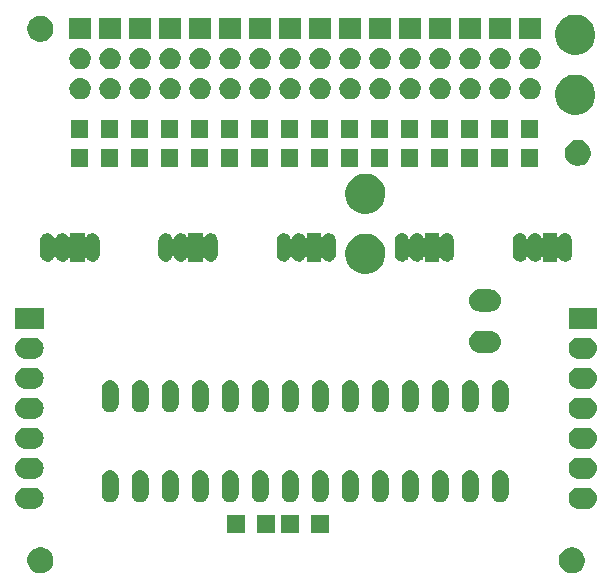
<source format=gbr>
G04 #@! TF.FileFunction,Soldermask,Top*
%FSLAX46Y46*%
G04 Gerber Fmt 4.6, Leading zero omitted, Abs format (unit mm)*
G04 Created by KiCad (PCBNEW (2015-01-16 BZR 5376)-product) date 29.3.2015 17:27:47*
%MOMM*%
G01*
G04 APERTURE LIST*
%ADD10C,0.100000*%
G04 APERTURE END LIST*
D10*
G36*
X207770000Y-91900000D02*
X205370000Y-91900000D01*
X205370000Y-90100000D01*
X207770000Y-90100000D01*
X207770000Y-91900000D01*
X207770000Y-91900000D01*
G37*
G36*
X207775787Y-93546280D02*
X207757430Y-93720922D01*
X207757428Y-93720926D01*
X207757424Y-93720970D01*
X207705483Y-93888764D01*
X207621940Y-94043274D01*
X207509977Y-94178614D01*
X207373858Y-94289629D01*
X207218769Y-94372091D01*
X207050617Y-94422860D01*
X206875806Y-94440000D01*
X206873606Y-94440000D01*
X206264194Y-94440000D01*
X206264160Y-94440000D01*
X206258090Y-94439957D01*
X206253652Y-94439926D01*
X206251628Y-94439912D01*
X206077073Y-94420333D01*
X205909646Y-94367222D01*
X205755724Y-94282602D01*
X205621169Y-94169697D01*
X205511106Y-94032807D01*
X205429729Y-93877146D01*
X205380135Y-93708643D01*
X205380131Y-93708609D01*
X205380128Y-93708596D01*
X205364213Y-93533720D01*
X205382570Y-93359078D01*
X205382571Y-93359073D01*
X205382576Y-93359030D01*
X205434517Y-93191236D01*
X205518060Y-93036726D01*
X205630023Y-92901386D01*
X205766142Y-92790371D01*
X205921231Y-92707909D01*
X206089383Y-92657140D01*
X206264194Y-92640000D01*
X206266394Y-92640000D01*
X206875806Y-92640000D01*
X206875840Y-92640000D01*
X206881909Y-92640042D01*
X206888372Y-92640088D01*
X207062927Y-92659667D01*
X207230354Y-92712778D01*
X207384276Y-92797398D01*
X207518831Y-92910303D01*
X207628894Y-93047193D01*
X207710271Y-93202854D01*
X207759865Y-93371357D01*
X207759868Y-93371390D01*
X207759872Y-93371404D01*
X207775787Y-93546280D01*
X207775787Y-93546280D01*
G37*
G36*
X207775787Y-96086280D02*
X207757430Y-96260922D01*
X207757428Y-96260926D01*
X207757424Y-96260970D01*
X207705483Y-96428764D01*
X207621940Y-96583274D01*
X207509977Y-96718614D01*
X207373858Y-96829629D01*
X207218769Y-96912091D01*
X207050617Y-96962860D01*
X206875806Y-96980000D01*
X206873606Y-96980000D01*
X206264194Y-96980000D01*
X206264160Y-96980000D01*
X206258090Y-96979957D01*
X206253652Y-96979926D01*
X206251628Y-96979912D01*
X206077073Y-96960333D01*
X205909646Y-96907222D01*
X205755724Y-96822602D01*
X205621169Y-96709697D01*
X205511106Y-96572807D01*
X205429729Y-96417146D01*
X205380135Y-96248643D01*
X205380131Y-96248609D01*
X205380128Y-96248596D01*
X205364213Y-96073720D01*
X205382570Y-95899078D01*
X205382571Y-95899073D01*
X205382576Y-95899030D01*
X205434517Y-95731236D01*
X205518060Y-95576726D01*
X205630023Y-95441386D01*
X205766142Y-95330371D01*
X205921231Y-95247909D01*
X206089383Y-95197140D01*
X206264194Y-95180000D01*
X206266394Y-95180000D01*
X206875806Y-95180000D01*
X206875840Y-95180000D01*
X206881909Y-95180042D01*
X206888372Y-95180088D01*
X207062927Y-95199667D01*
X207230354Y-95252778D01*
X207384276Y-95337398D01*
X207518831Y-95450303D01*
X207628894Y-95587193D01*
X207710271Y-95742854D01*
X207759865Y-95911357D01*
X207759868Y-95911390D01*
X207759872Y-95911404D01*
X207775787Y-96086280D01*
X207775787Y-96086280D01*
G37*
G36*
X207775787Y-98626280D02*
X207757430Y-98800922D01*
X207757428Y-98800926D01*
X207757424Y-98800970D01*
X207705483Y-98968764D01*
X207621940Y-99123274D01*
X207509977Y-99258614D01*
X207373858Y-99369629D01*
X207218769Y-99452091D01*
X207050617Y-99502860D01*
X206875806Y-99520000D01*
X206873606Y-99520000D01*
X206264194Y-99520000D01*
X206264160Y-99520000D01*
X206258090Y-99519957D01*
X206253652Y-99519926D01*
X206251628Y-99519912D01*
X206077073Y-99500333D01*
X205909646Y-99447222D01*
X205755724Y-99362602D01*
X205621169Y-99249697D01*
X205511106Y-99112807D01*
X205429729Y-98957146D01*
X205380135Y-98788643D01*
X205380131Y-98788609D01*
X205380128Y-98788596D01*
X205364213Y-98613720D01*
X205382570Y-98439078D01*
X205382571Y-98439073D01*
X205382576Y-98439030D01*
X205434517Y-98271236D01*
X205518060Y-98116726D01*
X205630023Y-97981386D01*
X205766142Y-97870371D01*
X205921231Y-97787909D01*
X206089383Y-97737140D01*
X206264194Y-97720000D01*
X206266394Y-97720000D01*
X206875806Y-97720000D01*
X206875840Y-97720000D01*
X206881909Y-97720042D01*
X206888372Y-97720088D01*
X207062927Y-97739667D01*
X207230354Y-97792778D01*
X207384276Y-97877398D01*
X207518831Y-97990303D01*
X207628894Y-98127193D01*
X207710271Y-98282854D01*
X207759865Y-98451357D01*
X207759868Y-98451390D01*
X207759872Y-98451404D01*
X207775787Y-98626280D01*
X207775787Y-98626280D01*
G37*
G36*
X207775787Y-101166280D02*
X207757430Y-101340922D01*
X207757428Y-101340926D01*
X207757424Y-101340970D01*
X207705483Y-101508764D01*
X207621940Y-101663274D01*
X207509977Y-101798614D01*
X207373858Y-101909629D01*
X207218769Y-101992091D01*
X207050617Y-102042860D01*
X206875806Y-102060000D01*
X206873606Y-102060000D01*
X206264194Y-102060000D01*
X206264160Y-102060000D01*
X206258090Y-102059957D01*
X206253652Y-102059926D01*
X206251628Y-102059912D01*
X206077073Y-102040333D01*
X205909646Y-101987222D01*
X205755724Y-101902602D01*
X205621169Y-101789697D01*
X205511106Y-101652807D01*
X205429729Y-101497146D01*
X205380135Y-101328643D01*
X205380131Y-101328609D01*
X205380128Y-101328596D01*
X205364213Y-101153720D01*
X205382570Y-100979078D01*
X205382571Y-100979073D01*
X205382576Y-100979030D01*
X205434517Y-100811236D01*
X205518060Y-100656726D01*
X205630023Y-100521386D01*
X205766142Y-100410371D01*
X205921231Y-100327909D01*
X206089383Y-100277140D01*
X206264194Y-100260000D01*
X206266394Y-100260000D01*
X206875806Y-100260000D01*
X206875840Y-100260000D01*
X206881909Y-100260042D01*
X206888372Y-100260088D01*
X207062927Y-100279667D01*
X207230354Y-100332778D01*
X207384276Y-100417398D01*
X207518831Y-100530303D01*
X207628894Y-100667193D01*
X207710271Y-100822854D01*
X207759865Y-100991357D01*
X207759868Y-100991390D01*
X207759872Y-100991404D01*
X207775787Y-101166280D01*
X207775787Y-101166280D01*
G37*
G36*
X207775787Y-103706280D02*
X207757430Y-103880922D01*
X207757428Y-103880926D01*
X207757424Y-103880970D01*
X207705483Y-104048764D01*
X207621940Y-104203274D01*
X207509977Y-104338614D01*
X207373858Y-104449629D01*
X207218769Y-104532091D01*
X207050617Y-104582860D01*
X206875806Y-104600000D01*
X206873606Y-104600000D01*
X206264194Y-104600000D01*
X206264160Y-104600000D01*
X206258090Y-104599957D01*
X206253652Y-104599926D01*
X206251628Y-104599912D01*
X206077073Y-104580333D01*
X205909646Y-104527222D01*
X205755724Y-104442602D01*
X205621169Y-104329697D01*
X205511106Y-104192807D01*
X205429729Y-104037146D01*
X205380135Y-103868643D01*
X205380131Y-103868609D01*
X205380128Y-103868596D01*
X205364213Y-103693720D01*
X205382570Y-103519078D01*
X205382571Y-103519073D01*
X205382576Y-103519030D01*
X205434517Y-103351236D01*
X205518060Y-103196726D01*
X205630023Y-103061386D01*
X205766142Y-102950371D01*
X205921231Y-102867909D01*
X206089383Y-102817140D01*
X206264194Y-102800000D01*
X206266394Y-102800000D01*
X206875806Y-102800000D01*
X206875840Y-102800000D01*
X206881909Y-102800042D01*
X206888372Y-102800088D01*
X207062927Y-102819667D01*
X207230354Y-102872778D01*
X207384276Y-102957398D01*
X207518831Y-103070303D01*
X207628894Y-103207193D01*
X207710271Y-103362854D01*
X207759865Y-103531357D01*
X207759868Y-103531390D01*
X207759872Y-103531404D01*
X207775787Y-103706280D01*
X207775787Y-103706280D01*
G37*
G36*
X207775787Y-106246280D02*
X207757430Y-106420922D01*
X207757428Y-106420926D01*
X207757424Y-106420970D01*
X207705483Y-106588764D01*
X207621940Y-106743274D01*
X207509977Y-106878614D01*
X207373858Y-106989629D01*
X207218769Y-107072091D01*
X207050617Y-107122860D01*
X206875806Y-107140000D01*
X206873606Y-107140000D01*
X206264194Y-107140000D01*
X206264160Y-107140000D01*
X206258090Y-107139957D01*
X206253652Y-107139926D01*
X206251628Y-107139912D01*
X206077073Y-107120333D01*
X205909646Y-107067222D01*
X205755724Y-106982602D01*
X205621169Y-106869697D01*
X205511106Y-106732807D01*
X205429729Y-106577146D01*
X205380135Y-106408643D01*
X205380131Y-106408609D01*
X205380128Y-106408596D01*
X205364213Y-106233720D01*
X205382570Y-106059078D01*
X205382571Y-106059073D01*
X205382576Y-106059030D01*
X205434517Y-105891236D01*
X205518060Y-105736726D01*
X205630023Y-105601386D01*
X205766142Y-105490371D01*
X205921231Y-105407909D01*
X206089383Y-105357140D01*
X206264194Y-105340000D01*
X206266394Y-105340000D01*
X206875806Y-105340000D01*
X206875840Y-105340000D01*
X206881909Y-105340042D01*
X206888372Y-105340088D01*
X207062927Y-105359667D01*
X207230354Y-105412778D01*
X207384276Y-105497398D01*
X207518831Y-105610303D01*
X207628894Y-105747193D01*
X207710271Y-105902854D01*
X207759865Y-106071357D01*
X207759868Y-106071390D01*
X207759872Y-106071404D01*
X207775787Y-106246280D01*
X207775787Y-106246280D01*
G37*
G36*
X208600047Y-66392139D02*
X208596606Y-66638534D01*
X208596530Y-66638867D01*
X208596530Y-66638880D01*
X208548817Y-66848893D01*
X208461074Y-67045965D01*
X208336726Y-67222240D01*
X208180502Y-67371010D01*
X207998367Y-67486596D01*
X207797243Y-67564608D01*
X207584802Y-67602066D01*
X207369128Y-67597549D01*
X207158434Y-67551225D01*
X206960756Y-67464861D01*
X206783618Y-67341747D01*
X206633763Y-67186567D01*
X206516907Y-67005244D01*
X206437495Y-66804671D01*
X206398552Y-66592488D01*
X206401565Y-66376789D01*
X206446414Y-66165786D01*
X206531398Y-65967506D01*
X206653273Y-65789512D01*
X206807401Y-65638577D01*
X206987908Y-65520457D01*
X207187921Y-65439646D01*
X207399818Y-65399225D01*
X207615537Y-65400731D01*
X207826855Y-65444109D01*
X208025717Y-65527703D01*
X208204559Y-65648333D01*
X208356568Y-65801407D01*
X208475942Y-65981081D01*
X208558148Y-66180524D01*
X208599981Y-66391796D01*
X208599980Y-66391805D01*
X208600047Y-66392139D01*
X208600047Y-66392139D01*
G37*
G36*
X208600047Y-111392139D02*
X208596606Y-111638534D01*
X208596530Y-111638867D01*
X208596530Y-111638880D01*
X208548817Y-111848893D01*
X208461074Y-112045965D01*
X208336726Y-112222240D01*
X208180502Y-112371010D01*
X207998367Y-112486596D01*
X207797243Y-112564608D01*
X207584802Y-112602066D01*
X207369128Y-112597549D01*
X207158434Y-112551225D01*
X206960756Y-112464861D01*
X206783618Y-112341747D01*
X206633763Y-112186567D01*
X206516907Y-112005244D01*
X206437495Y-111804671D01*
X206398552Y-111592488D01*
X206401565Y-111376789D01*
X206446414Y-111165786D01*
X206531398Y-110967506D01*
X206653273Y-110789512D01*
X206807401Y-110638577D01*
X206987908Y-110520457D01*
X207187921Y-110439646D01*
X207399818Y-110399225D01*
X207615537Y-110400731D01*
X207826855Y-110444109D01*
X208025717Y-110527703D01*
X208204559Y-110648333D01*
X208356568Y-110801407D01*
X208475942Y-110981081D01*
X208558148Y-111180524D01*
X208599981Y-111391796D01*
X208599980Y-111391805D01*
X208600047Y-111392139D01*
X208600047Y-111392139D01*
G37*
G36*
X211570000Y-75700000D02*
X210070000Y-75700000D01*
X210070000Y-74200000D01*
X211570000Y-74200000D01*
X211570000Y-75700000D01*
X211570000Y-75700000D01*
G37*
G36*
X211570000Y-78200000D02*
X210070000Y-78200000D01*
X210070000Y-76700000D01*
X211570000Y-76700000D01*
X211570000Y-78200000D01*
X211570000Y-78200000D01*
G37*
G36*
X211760000Y-67380000D02*
X209960000Y-67380000D01*
X209960000Y-65580000D01*
X211760000Y-65580000D01*
X211760000Y-67380000D01*
X211760000Y-67380000D01*
G37*
G36*
X211760000Y-69024389D02*
X211759957Y-69030458D01*
X211759926Y-69034897D01*
X211759912Y-69036921D01*
X211740333Y-69211476D01*
X211687222Y-69378903D01*
X211602602Y-69532825D01*
X211489697Y-69667380D01*
X211352807Y-69777443D01*
X211197146Y-69858820D01*
X211028643Y-69908414D01*
X211028609Y-69908417D01*
X211028596Y-69908421D01*
X210853720Y-69924336D01*
X210679078Y-69905979D01*
X210679073Y-69905977D01*
X210679030Y-69905973D01*
X210511236Y-69854032D01*
X210356726Y-69770489D01*
X210221386Y-69658526D01*
X210110371Y-69522407D01*
X210027909Y-69367318D01*
X209977140Y-69199166D01*
X209960000Y-69024355D01*
X209960000Y-69022155D01*
X209960000Y-69015645D01*
X209960000Y-69015611D01*
X209960042Y-69009541D01*
X209960088Y-69003079D01*
X209979667Y-68828524D01*
X210032778Y-68661097D01*
X210117398Y-68507175D01*
X210230303Y-68372620D01*
X210367193Y-68262557D01*
X210522854Y-68181180D01*
X210691357Y-68131586D01*
X210691390Y-68131582D01*
X210691404Y-68131579D01*
X210866280Y-68115664D01*
X211040922Y-68134021D01*
X211040926Y-68134022D01*
X211040970Y-68134027D01*
X211208764Y-68185968D01*
X211363274Y-68269511D01*
X211498614Y-68381474D01*
X211609629Y-68517593D01*
X211692091Y-68672682D01*
X211742860Y-68840834D01*
X211760000Y-69015645D01*
X211760000Y-69017845D01*
X211760000Y-69024355D01*
X211760000Y-69024389D01*
X211760000Y-69024389D01*
G37*
G36*
X211760000Y-71564389D02*
X211759957Y-71570458D01*
X211759926Y-71574897D01*
X211759912Y-71576921D01*
X211740333Y-71751476D01*
X211687222Y-71918903D01*
X211602602Y-72072825D01*
X211489697Y-72207380D01*
X211352807Y-72317443D01*
X211197146Y-72398820D01*
X211028643Y-72448414D01*
X211028609Y-72448417D01*
X211028596Y-72448421D01*
X210853720Y-72464336D01*
X210679078Y-72445979D01*
X210679073Y-72445977D01*
X210679030Y-72445973D01*
X210511236Y-72394032D01*
X210356726Y-72310489D01*
X210221386Y-72198526D01*
X210110371Y-72062407D01*
X210027909Y-71907318D01*
X209977140Y-71739166D01*
X209960000Y-71564355D01*
X209960000Y-71562155D01*
X209960000Y-71555645D01*
X209960000Y-71555611D01*
X209960042Y-71549541D01*
X209960088Y-71543079D01*
X209979667Y-71368524D01*
X210032778Y-71201097D01*
X210117398Y-71047175D01*
X210230303Y-70912620D01*
X210367193Y-70802557D01*
X210522854Y-70721180D01*
X210691357Y-70671586D01*
X210691390Y-70671582D01*
X210691404Y-70671579D01*
X210866280Y-70655664D01*
X211040922Y-70674021D01*
X211040926Y-70674022D01*
X211040970Y-70674027D01*
X211208764Y-70725968D01*
X211363274Y-70809511D01*
X211498614Y-70921474D01*
X211609629Y-71057593D01*
X211692091Y-71212682D01*
X211742860Y-71380834D01*
X211760000Y-71555645D01*
X211760000Y-71557845D01*
X211760000Y-71564355D01*
X211760000Y-71564389D01*
X211760000Y-71564389D01*
G37*
G36*
X212505000Y-85605845D02*
X212504957Y-85612007D01*
X212504956Y-85612160D01*
X212504942Y-85614183D01*
X212491889Y-85730553D01*
X212456481Y-85842171D01*
X212400068Y-85944786D01*
X212324798Y-86034490D01*
X212233538Y-86107865D01*
X212129764Y-86162116D01*
X212017429Y-86195178D01*
X212017398Y-86195180D01*
X212017381Y-86195186D01*
X211900813Y-86205794D01*
X211784403Y-86193559D01*
X211784389Y-86193554D01*
X211784353Y-86193551D01*
X211672491Y-86158924D01*
X211569484Y-86103229D01*
X211479258Y-86028587D01*
X211405247Y-85937841D01*
X211350272Y-85834448D01*
X211332463Y-85775462D01*
X211323469Y-85758724D01*
X211308008Y-85746271D01*
X211288919Y-85740817D01*
X211269212Y-85743221D01*
X211251995Y-85753104D01*
X211239981Y-85768909D01*
X211235000Y-85790663D01*
X211235000Y-86200000D01*
X210035000Y-86200000D01*
X210035000Y-85790985D01*
X210031059Y-85771528D01*
X210019856Y-85755138D01*
X210003159Y-85744399D01*
X209983598Y-85741005D01*
X209964259Y-85745490D01*
X209948189Y-85757147D01*
X209937725Y-85775202D01*
X209916481Y-85842171D01*
X209860068Y-85944786D01*
X209784798Y-86034490D01*
X209693538Y-86107865D01*
X209589764Y-86162116D01*
X209477429Y-86195178D01*
X209477398Y-86195180D01*
X209477381Y-86195186D01*
X209360813Y-86205794D01*
X209244403Y-86193559D01*
X209244389Y-86193554D01*
X209244353Y-86193551D01*
X209132491Y-86158924D01*
X209029484Y-86103229D01*
X208939258Y-86028587D01*
X208865247Y-85937841D01*
X208810272Y-85834448D01*
X208777884Y-85727175D01*
X208768889Y-85710434D01*
X208753427Y-85697982D01*
X208734339Y-85692528D01*
X208714632Y-85694932D01*
X208697415Y-85704816D01*
X208682760Y-85727256D01*
X208681984Y-85729700D01*
X208681889Y-85730553D01*
X208646481Y-85842171D01*
X208590068Y-85944786D01*
X208514798Y-86034490D01*
X208423538Y-86107865D01*
X208319764Y-86162116D01*
X208207429Y-86195178D01*
X208207398Y-86195180D01*
X208207381Y-86195186D01*
X208090813Y-86205794D01*
X207974403Y-86193559D01*
X207974389Y-86193554D01*
X207974353Y-86193551D01*
X207862491Y-86158924D01*
X207759484Y-86103229D01*
X207669258Y-86028587D01*
X207595247Y-85937841D01*
X207540272Y-85834448D01*
X207506427Y-85722347D01*
X207495000Y-85605806D01*
X207495000Y-85603607D01*
X207495000Y-84394194D01*
X207495000Y-84394155D01*
X207495042Y-84387992D01*
X207495058Y-84385817D01*
X207508111Y-84269447D01*
X207543519Y-84157829D01*
X207599932Y-84055214D01*
X207675202Y-83965510D01*
X207766462Y-83892135D01*
X207870236Y-83837884D01*
X207982571Y-83804822D01*
X207982601Y-83804819D01*
X207982619Y-83804814D01*
X208099187Y-83794206D01*
X208215597Y-83806441D01*
X208215610Y-83806445D01*
X208215647Y-83806449D01*
X208327509Y-83841076D01*
X208430516Y-83896771D01*
X208520742Y-83971413D01*
X208594753Y-84062159D01*
X208649728Y-84165552D01*
X208682115Y-84272824D01*
X208691110Y-84289564D01*
X208706571Y-84302017D01*
X208725660Y-84307471D01*
X208745367Y-84305067D01*
X208762584Y-84295184D01*
X208777238Y-84272744D01*
X208778016Y-84270290D01*
X208778111Y-84269447D01*
X208813519Y-84157829D01*
X208869932Y-84055214D01*
X208945202Y-83965510D01*
X209036462Y-83892135D01*
X209140236Y-83837884D01*
X209252571Y-83804822D01*
X209252601Y-83804819D01*
X209252619Y-83804814D01*
X209369187Y-83794206D01*
X209485597Y-83806441D01*
X209485610Y-83806445D01*
X209485647Y-83806449D01*
X209597509Y-83841076D01*
X209700516Y-83896771D01*
X209790742Y-83971413D01*
X209864753Y-84062159D01*
X209919728Y-84165552D01*
X209937536Y-84224536D01*
X209946531Y-84241275D01*
X209961993Y-84253728D01*
X209981081Y-84259182D01*
X210000788Y-84256778D01*
X210018005Y-84246895D01*
X210030020Y-84231090D01*
X210035000Y-84209336D01*
X210035000Y-83800000D01*
X211235000Y-83800000D01*
X211235000Y-84209014D01*
X211238941Y-84228471D01*
X211250144Y-84244861D01*
X211266841Y-84255600D01*
X211286402Y-84258994D01*
X211305741Y-84254509D01*
X211321811Y-84242852D01*
X211332274Y-84224797D01*
X211353519Y-84157829D01*
X211409932Y-84055214D01*
X211485202Y-83965510D01*
X211576462Y-83892135D01*
X211680236Y-83837884D01*
X211792571Y-83804822D01*
X211792601Y-83804819D01*
X211792619Y-83804814D01*
X211909187Y-83794206D01*
X212025597Y-83806441D01*
X212025610Y-83806445D01*
X212025647Y-83806449D01*
X212137509Y-83841076D01*
X212240516Y-83896771D01*
X212330742Y-83971413D01*
X212404753Y-84062159D01*
X212459728Y-84165552D01*
X212493573Y-84277653D01*
X212505000Y-84394194D01*
X212505000Y-84396393D01*
X212505000Y-85605806D01*
X212505000Y-85605845D01*
X212505000Y-85605845D01*
G37*
G36*
X214110000Y-75700000D02*
X212610000Y-75700000D01*
X212610000Y-74200000D01*
X214110000Y-74200000D01*
X214110000Y-75700000D01*
X214110000Y-75700000D01*
G37*
G36*
X214110000Y-78200000D02*
X212610000Y-78200000D01*
X212610000Y-76700000D01*
X214110000Y-76700000D01*
X214110000Y-78200000D01*
X214110000Y-78200000D01*
G37*
G36*
X214125000Y-98226565D02*
X214124969Y-98230934D01*
X214124943Y-98234631D01*
X214124929Y-98236655D01*
X214109157Y-98377268D01*
X214066373Y-98512140D01*
X213998207Y-98636133D01*
X213907256Y-98744525D01*
X213796983Y-98833186D01*
X213671590Y-98898740D01*
X213535851Y-98938690D01*
X213535822Y-98938692D01*
X213535804Y-98938698D01*
X213394941Y-98951517D01*
X213254268Y-98936732D01*
X213254254Y-98936727D01*
X213254219Y-98936724D01*
X213119051Y-98894883D01*
X212994585Y-98827584D01*
X212885561Y-98737392D01*
X212796132Y-98627741D01*
X212729704Y-98502808D01*
X212688808Y-98367352D01*
X212675000Y-98226532D01*
X212675000Y-98224332D01*
X212675000Y-96963468D01*
X212675000Y-96963435D01*
X212675030Y-96959065D01*
X212675071Y-96953345D01*
X212690843Y-96812732D01*
X212733627Y-96677860D01*
X212801793Y-96553867D01*
X212892744Y-96445475D01*
X213003017Y-96356814D01*
X213128410Y-96291260D01*
X213264149Y-96251310D01*
X213264177Y-96251307D01*
X213264196Y-96251302D01*
X213405059Y-96238483D01*
X213545732Y-96253268D01*
X213545745Y-96253272D01*
X213545781Y-96253276D01*
X213680949Y-96295117D01*
X213805415Y-96362416D01*
X213914439Y-96452608D01*
X214003868Y-96562259D01*
X214070296Y-96687192D01*
X214111192Y-96822648D01*
X214125000Y-96963468D01*
X214125000Y-96965668D01*
X214125000Y-98226532D01*
X214125000Y-98226565D01*
X214125000Y-98226565D01*
G37*
G36*
X214125000Y-105846565D02*
X214124969Y-105850934D01*
X214124943Y-105854631D01*
X214124929Y-105856655D01*
X214109157Y-105997268D01*
X214066373Y-106132140D01*
X213998207Y-106256133D01*
X213907256Y-106364525D01*
X213796983Y-106453186D01*
X213671590Y-106518740D01*
X213535851Y-106558690D01*
X213535822Y-106558692D01*
X213535804Y-106558698D01*
X213394941Y-106571517D01*
X213254268Y-106556732D01*
X213254254Y-106556727D01*
X213254219Y-106556724D01*
X213119051Y-106514883D01*
X212994585Y-106447584D01*
X212885561Y-106357392D01*
X212796132Y-106247741D01*
X212729704Y-106122808D01*
X212688808Y-105987352D01*
X212675000Y-105846532D01*
X212675000Y-105844332D01*
X212675000Y-104583468D01*
X212675000Y-104583435D01*
X212675030Y-104579065D01*
X212675071Y-104573345D01*
X212690843Y-104432732D01*
X212733627Y-104297860D01*
X212801793Y-104173867D01*
X212892744Y-104065475D01*
X213003017Y-103976814D01*
X213128410Y-103911260D01*
X213264149Y-103871310D01*
X213264177Y-103871307D01*
X213264196Y-103871302D01*
X213405059Y-103858483D01*
X213545732Y-103873268D01*
X213545745Y-103873272D01*
X213545781Y-103873276D01*
X213680949Y-103915117D01*
X213805415Y-103982416D01*
X213914439Y-104072608D01*
X214003868Y-104182259D01*
X214070296Y-104307192D01*
X214111192Y-104442648D01*
X214125000Y-104583468D01*
X214125000Y-104585668D01*
X214125000Y-105846532D01*
X214125000Y-105846565D01*
X214125000Y-105846565D01*
G37*
G36*
X214300000Y-67380000D02*
X212500000Y-67380000D01*
X212500000Y-65580000D01*
X214300000Y-65580000D01*
X214300000Y-67380000D01*
X214300000Y-67380000D01*
G37*
G36*
X214300000Y-69024389D02*
X214299957Y-69030458D01*
X214299926Y-69034897D01*
X214299912Y-69036921D01*
X214280333Y-69211476D01*
X214227222Y-69378903D01*
X214142602Y-69532825D01*
X214029697Y-69667380D01*
X213892807Y-69777443D01*
X213737146Y-69858820D01*
X213568643Y-69908414D01*
X213568609Y-69908417D01*
X213568596Y-69908421D01*
X213393720Y-69924336D01*
X213219078Y-69905979D01*
X213219073Y-69905977D01*
X213219030Y-69905973D01*
X213051236Y-69854032D01*
X212896726Y-69770489D01*
X212761386Y-69658526D01*
X212650371Y-69522407D01*
X212567909Y-69367318D01*
X212517140Y-69199166D01*
X212500000Y-69024355D01*
X212500000Y-69022155D01*
X212500000Y-69015645D01*
X212500000Y-69015611D01*
X212500042Y-69009541D01*
X212500088Y-69003079D01*
X212519667Y-68828524D01*
X212572778Y-68661097D01*
X212657398Y-68507175D01*
X212770303Y-68372620D01*
X212907193Y-68262557D01*
X213062854Y-68181180D01*
X213231357Y-68131586D01*
X213231390Y-68131582D01*
X213231404Y-68131579D01*
X213406280Y-68115664D01*
X213580922Y-68134021D01*
X213580926Y-68134022D01*
X213580970Y-68134027D01*
X213748764Y-68185968D01*
X213903274Y-68269511D01*
X214038614Y-68381474D01*
X214149629Y-68517593D01*
X214232091Y-68672682D01*
X214282860Y-68840834D01*
X214300000Y-69015645D01*
X214300000Y-69017845D01*
X214300000Y-69024355D01*
X214300000Y-69024389D01*
X214300000Y-69024389D01*
G37*
G36*
X214300000Y-71564389D02*
X214299957Y-71570458D01*
X214299926Y-71574897D01*
X214299912Y-71576921D01*
X214280333Y-71751476D01*
X214227222Y-71918903D01*
X214142602Y-72072825D01*
X214029697Y-72207380D01*
X213892807Y-72317443D01*
X213737146Y-72398820D01*
X213568643Y-72448414D01*
X213568609Y-72448417D01*
X213568596Y-72448421D01*
X213393720Y-72464336D01*
X213219078Y-72445979D01*
X213219073Y-72445977D01*
X213219030Y-72445973D01*
X213051236Y-72394032D01*
X212896726Y-72310489D01*
X212761386Y-72198526D01*
X212650371Y-72062407D01*
X212567909Y-71907318D01*
X212517140Y-71739166D01*
X212500000Y-71564355D01*
X212500000Y-71562155D01*
X212500000Y-71555645D01*
X212500000Y-71555611D01*
X212500042Y-71549541D01*
X212500088Y-71543079D01*
X212519667Y-71368524D01*
X212572778Y-71201097D01*
X212657398Y-71047175D01*
X212770303Y-70912620D01*
X212907193Y-70802557D01*
X213062854Y-70721180D01*
X213231357Y-70671586D01*
X213231390Y-70671582D01*
X213231404Y-70671579D01*
X213406280Y-70655664D01*
X213580922Y-70674021D01*
X213580926Y-70674022D01*
X213580970Y-70674027D01*
X213748764Y-70725968D01*
X213903274Y-70809511D01*
X214038614Y-70921474D01*
X214149629Y-71057593D01*
X214232091Y-71212682D01*
X214282860Y-71380834D01*
X214300000Y-71555645D01*
X214300000Y-71557845D01*
X214300000Y-71564355D01*
X214300000Y-71564389D01*
X214300000Y-71564389D01*
G37*
G36*
X216650000Y-75700000D02*
X215150000Y-75700000D01*
X215150000Y-74200000D01*
X216650000Y-74200000D01*
X216650000Y-75700000D01*
X216650000Y-75700000D01*
G37*
G36*
X216650000Y-78200000D02*
X215150000Y-78200000D01*
X215150000Y-76700000D01*
X216650000Y-76700000D01*
X216650000Y-78200000D01*
X216650000Y-78200000D01*
G37*
G36*
X216665000Y-98226565D02*
X216664969Y-98230934D01*
X216664943Y-98234631D01*
X216664929Y-98236655D01*
X216649157Y-98377268D01*
X216606373Y-98512140D01*
X216538207Y-98636133D01*
X216447256Y-98744525D01*
X216336983Y-98833186D01*
X216211590Y-98898740D01*
X216075851Y-98938690D01*
X216075822Y-98938692D01*
X216075804Y-98938698D01*
X215934941Y-98951517D01*
X215794268Y-98936732D01*
X215794254Y-98936727D01*
X215794219Y-98936724D01*
X215659051Y-98894883D01*
X215534585Y-98827584D01*
X215425561Y-98737392D01*
X215336132Y-98627741D01*
X215269704Y-98502808D01*
X215228808Y-98367352D01*
X215215000Y-98226532D01*
X215215000Y-98224332D01*
X215215000Y-96963468D01*
X215215000Y-96963435D01*
X215215030Y-96959065D01*
X215215071Y-96953345D01*
X215230843Y-96812732D01*
X215273627Y-96677860D01*
X215341793Y-96553867D01*
X215432744Y-96445475D01*
X215543017Y-96356814D01*
X215668410Y-96291260D01*
X215804149Y-96251310D01*
X215804177Y-96251307D01*
X215804196Y-96251302D01*
X215945059Y-96238483D01*
X216085732Y-96253268D01*
X216085745Y-96253272D01*
X216085781Y-96253276D01*
X216220949Y-96295117D01*
X216345415Y-96362416D01*
X216454439Y-96452608D01*
X216543868Y-96562259D01*
X216610296Y-96687192D01*
X216651192Y-96822648D01*
X216665000Y-96963468D01*
X216665000Y-96965668D01*
X216665000Y-98226532D01*
X216665000Y-98226565D01*
X216665000Y-98226565D01*
G37*
G36*
X216665000Y-105846565D02*
X216664969Y-105850934D01*
X216664943Y-105854631D01*
X216664929Y-105856655D01*
X216649157Y-105997268D01*
X216606373Y-106132140D01*
X216538207Y-106256133D01*
X216447256Y-106364525D01*
X216336983Y-106453186D01*
X216211590Y-106518740D01*
X216075851Y-106558690D01*
X216075822Y-106558692D01*
X216075804Y-106558698D01*
X215934941Y-106571517D01*
X215794268Y-106556732D01*
X215794254Y-106556727D01*
X215794219Y-106556724D01*
X215659051Y-106514883D01*
X215534585Y-106447584D01*
X215425561Y-106357392D01*
X215336132Y-106247741D01*
X215269704Y-106122808D01*
X215228808Y-105987352D01*
X215215000Y-105846532D01*
X215215000Y-105844332D01*
X215215000Y-104583468D01*
X215215000Y-104583435D01*
X215215030Y-104579065D01*
X215215071Y-104573345D01*
X215230843Y-104432732D01*
X215273627Y-104297860D01*
X215341793Y-104173867D01*
X215432744Y-104065475D01*
X215543017Y-103976814D01*
X215668410Y-103911260D01*
X215804149Y-103871310D01*
X215804177Y-103871307D01*
X215804196Y-103871302D01*
X215945059Y-103858483D01*
X216085732Y-103873268D01*
X216085745Y-103873272D01*
X216085781Y-103873276D01*
X216220949Y-103915117D01*
X216345415Y-103982416D01*
X216454439Y-104072608D01*
X216543868Y-104182259D01*
X216610296Y-104307192D01*
X216651192Y-104442648D01*
X216665000Y-104583468D01*
X216665000Y-104585668D01*
X216665000Y-105846532D01*
X216665000Y-105846565D01*
X216665000Y-105846565D01*
G37*
G36*
X216840000Y-67380000D02*
X215040000Y-67380000D01*
X215040000Y-65580000D01*
X216840000Y-65580000D01*
X216840000Y-67380000D01*
X216840000Y-67380000D01*
G37*
G36*
X216840000Y-69024389D02*
X216839957Y-69030458D01*
X216839926Y-69034897D01*
X216839912Y-69036921D01*
X216820333Y-69211476D01*
X216767222Y-69378903D01*
X216682602Y-69532825D01*
X216569697Y-69667380D01*
X216432807Y-69777443D01*
X216277146Y-69858820D01*
X216108643Y-69908414D01*
X216108609Y-69908417D01*
X216108596Y-69908421D01*
X215933720Y-69924336D01*
X215759078Y-69905979D01*
X215759073Y-69905977D01*
X215759030Y-69905973D01*
X215591236Y-69854032D01*
X215436726Y-69770489D01*
X215301386Y-69658526D01*
X215190371Y-69522407D01*
X215107909Y-69367318D01*
X215057140Y-69199166D01*
X215040000Y-69024355D01*
X215040000Y-69022155D01*
X215040000Y-69015645D01*
X215040000Y-69015611D01*
X215040042Y-69009541D01*
X215040088Y-69003079D01*
X215059667Y-68828524D01*
X215112778Y-68661097D01*
X215197398Y-68507175D01*
X215310303Y-68372620D01*
X215447193Y-68262557D01*
X215602854Y-68181180D01*
X215771357Y-68131586D01*
X215771390Y-68131582D01*
X215771404Y-68131579D01*
X215946280Y-68115664D01*
X216120922Y-68134021D01*
X216120926Y-68134022D01*
X216120970Y-68134027D01*
X216288764Y-68185968D01*
X216443274Y-68269511D01*
X216578614Y-68381474D01*
X216689629Y-68517593D01*
X216772091Y-68672682D01*
X216822860Y-68840834D01*
X216840000Y-69015645D01*
X216840000Y-69017845D01*
X216840000Y-69024355D01*
X216840000Y-69024389D01*
X216840000Y-69024389D01*
G37*
G36*
X216840000Y-71564389D02*
X216839957Y-71570458D01*
X216839926Y-71574897D01*
X216839912Y-71576921D01*
X216820333Y-71751476D01*
X216767222Y-71918903D01*
X216682602Y-72072825D01*
X216569697Y-72207380D01*
X216432807Y-72317443D01*
X216277146Y-72398820D01*
X216108643Y-72448414D01*
X216108609Y-72448417D01*
X216108596Y-72448421D01*
X215933720Y-72464336D01*
X215759078Y-72445979D01*
X215759073Y-72445977D01*
X215759030Y-72445973D01*
X215591236Y-72394032D01*
X215436726Y-72310489D01*
X215301386Y-72198526D01*
X215190371Y-72062407D01*
X215107909Y-71907318D01*
X215057140Y-71739166D01*
X215040000Y-71564355D01*
X215040000Y-71562155D01*
X215040000Y-71555645D01*
X215040000Y-71555611D01*
X215040042Y-71549541D01*
X215040088Y-71543079D01*
X215059667Y-71368524D01*
X215112778Y-71201097D01*
X215197398Y-71047175D01*
X215310303Y-70912620D01*
X215447193Y-70802557D01*
X215602854Y-70721180D01*
X215771357Y-70671586D01*
X215771390Y-70671582D01*
X215771404Y-70671579D01*
X215946280Y-70655664D01*
X216120922Y-70674021D01*
X216120926Y-70674022D01*
X216120970Y-70674027D01*
X216288764Y-70725968D01*
X216443274Y-70809511D01*
X216578614Y-70921474D01*
X216689629Y-71057593D01*
X216772091Y-71212682D01*
X216822860Y-71380834D01*
X216840000Y-71555645D01*
X216840000Y-71557845D01*
X216840000Y-71564355D01*
X216840000Y-71564389D01*
X216840000Y-71564389D01*
G37*
G36*
X219190000Y-75700000D02*
X217690000Y-75700000D01*
X217690000Y-74200000D01*
X219190000Y-74200000D01*
X219190000Y-75700000D01*
X219190000Y-75700000D01*
G37*
G36*
X219190000Y-78200000D02*
X217690000Y-78200000D01*
X217690000Y-76700000D01*
X219190000Y-76700000D01*
X219190000Y-78200000D01*
X219190000Y-78200000D01*
G37*
G36*
X219205000Y-98226565D02*
X219204969Y-98230934D01*
X219204943Y-98234631D01*
X219204929Y-98236655D01*
X219189157Y-98377268D01*
X219146373Y-98512140D01*
X219078207Y-98636133D01*
X218987256Y-98744525D01*
X218876983Y-98833186D01*
X218751590Y-98898740D01*
X218615851Y-98938690D01*
X218615822Y-98938692D01*
X218615804Y-98938698D01*
X218474941Y-98951517D01*
X218334268Y-98936732D01*
X218334254Y-98936727D01*
X218334219Y-98936724D01*
X218199051Y-98894883D01*
X218074585Y-98827584D01*
X217965561Y-98737392D01*
X217876132Y-98627741D01*
X217809704Y-98502808D01*
X217768808Y-98367352D01*
X217755000Y-98226532D01*
X217755000Y-98224332D01*
X217755000Y-96963468D01*
X217755000Y-96963435D01*
X217755030Y-96959065D01*
X217755071Y-96953345D01*
X217770843Y-96812732D01*
X217813627Y-96677860D01*
X217881793Y-96553867D01*
X217972744Y-96445475D01*
X218083017Y-96356814D01*
X218208410Y-96291260D01*
X218344149Y-96251310D01*
X218344177Y-96251307D01*
X218344196Y-96251302D01*
X218485059Y-96238483D01*
X218625732Y-96253268D01*
X218625745Y-96253272D01*
X218625781Y-96253276D01*
X218760949Y-96295117D01*
X218885415Y-96362416D01*
X218994439Y-96452608D01*
X219083868Y-96562259D01*
X219150296Y-96687192D01*
X219191192Y-96822648D01*
X219205000Y-96963468D01*
X219205000Y-96965668D01*
X219205000Y-98226532D01*
X219205000Y-98226565D01*
X219205000Y-98226565D01*
G37*
G36*
X219205000Y-105846565D02*
X219204969Y-105850934D01*
X219204943Y-105854631D01*
X219204929Y-105856655D01*
X219189157Y-105997268D01*
X219146373Y-106132140D01*
X219078207Y-106256133D01*
X218987256Y-106364525D01*
X218876983Y-106453186D01*
X218751590Y-106518740D01*
X218615851Y-106558690D01*
X218615822Y-106558692D01*
X218615804Y-106558698D01*
X218474941Y-106571517D01*
X218334268Y-106556732D01*
X218334254Y-106556727D01*
X218334219Y-106556724D01*
X218199051Y-106514883D01*
X218074585Y-106447584D01*
X217965561Y-106357392D01*
X217876132Y-106247741D01*
X217809704Y-106122808D01*
X217768808Y-105987352D01*
X217755000Y-105846532D01*
X217755000Y-105844332D01*
X217755000Y-104583468D01*
X217755000Y-104583435D01*
X217755030Y-104579065D01*
X217755071Y-104573345D01*
X217770843Y-104432732D01*
X217813627Y-104297860D01*
X217881793Y-104173867D01*
X217972744Y-104065475D01*
X218083017Y-103976814D01*
X218208410Y-103911260D01*
X218344149Y-103871310D01*
X218344177Y-103871307D01*
X218344196Y-103871302D01*
X218485059Y-103858483D01*
X218625732Y-103873268D01*
X218625745Y-103873272D01*
X218625781Y-103873276D01*
X218760949Y-103915117D01*
X218885415Y-103982416D01*
X218994439Y-104072608D01*
X219083868Y-104182259D01*
X219150296Y-104307192D01*
X219191192Y-104442648D01*
X219205000Y-104583468D01*
X219205000Y-104585668D01*
X219205000Y-105846532D01*
X219205000Y-105846565D01*
X219205000Y-105846565D01*
G37*
G36*
X219380000Y-67380000D02*
X217580000Y-67380000D01*
X217580000Y-65580000D01*
X219380000Y-65580000D01*
X219380000Y-67380000D01*
X219380000Y-67380000D01*
G37*
G36*
X219380000Y-69024389D02*
X219379957Y-69030458D01*
X219379926Y-69034897D01*
X219379912Y-69036921D01*
X219360333Y-69211476D01*
X219307222Y-69378903D01*
X219222602Y-69532825D01*
X219109697Y-69667380D01*
X218972807Y-69777443D01*
X218817146Y-69858820D01*
X218648643Y-69908414D01*
X218648609Y-69908417D01*
X218648596Y-69908421D01*
X218473720Y-69924336D01*
X218299078Y-69905979D01*
X218299073Y-69905977D01*
X218299030Y-69905973D01*
X218131236Y-69854032D01*
X217976726Y-69770489D01*
X217841386Y-69658526D01*
X217730371Y-69522407D01*
X217647909Y-69367318D01*
X217597140Y-69199166D01*
X217580000Y-69024355D01*
X217580000Y-69022155D01*
X217580000Y-69015645D01*
X217580000Y-69015611D01*
X217580042Y-69009541D01*
X217580088Y-69003079D01*
X217599667Y-68828524D01*
X217652778Y-68661097D01*
X217737398Y-68507175D01*
X217850303Y-68372620D01*
X217987193Y-68262557D01*
X218142854Y-68181180D01*
X218311357Y-68131586D01*
X218311390Y-68131582D01*
X218311404Y-68131579D01*
X218486280Y-68115664D01*
X218660922Y-68134021D01*
X218660926Y-68134022D01*
X218660970Y-68134027D01*
X218828764Y-68185968D01*
X218983274Y-68269511D01*
X219118614Y-68381474D01*
X219229629Y-68517593D01*
X219312091Y-68672682D01*
X219362860Y-68840834D01*
X219380000Y-69015645D01*
X219380000Y-69017845D01*
X219380000Y-69024355D01*
X219380000Y-69024389D01*
X219380000Y-69024389D01*
G37*
G36*
X219380000Y-71564389D02*
X219379957Y-71570458D01*
X219379926Y-71574897D01*
X219379912Y-71576921D01*
X219360333Y-71751476D01*
X219307222Y-71918903D01*
X219222602Y-72072825D01*
X219109697Y-72207380D01*
X218972807Y-72317443D01*
X218817146Y-72398820D01*
X218648643Y-72448414D01*
X218648609Y-72448417D01*
X218648596Y-72448421D01*
X218473720Y-72464336D01*
X218299078Y-72445979D01*
X218299073Y-72445977D01*
X218299030Y-72445973D01*
X218131236Y-72394032D01*
X217976726Y-72310489D01*
X217841386Y-72198526D01*
X217730371Y-72062407D01*
X217647909Y-71907318D01*
X217597140Y-71739166D01*
X217580000Y-71564355D01*
X217580000Y-71562155D01*
X217580000Y-71555645D01*
X217580000Y-71555611D01*
X217580042Y-71549541D01*
X217580088Y-71543079D01*
X217599667Y-71368524D01*
X217652778Y-71201097D01*
X217737398Y-71047175D01*
X217850303Y-70912620D01*
X217987193Y-70802557D01*
X218142854Y-70721180D01*
X218311357Y-70671586D01*
X218311390Y-70671582D01*
X218311404Y-70671579D01*
X218486280Y-70655664D01*
X218660922Y-70674021D01*
X218660926Y-70674022D01*
X218660970Y-70674027D01*
X218828764Y-70725968D01*
X218983274Y-70809511D01*
X219118614Y-70921474D01*
X219229629Y-71057593D01*
X219312091Y-71212682D01*
X219362860Y-71380834D01*
X219380000Y-71555645D01*
X219380000Y-71557845D01*
X219380000Y-71564355D01*
X219380000Y-71564389D01*
X219380000Y-71564389D01*
G37*
G36*
X221730000Y-75700000D02*
X220230000Y-75700000D01*
X220230000Y-74200000D01*
X221730000Y-74200000D01*
X221730000Y-75700000D01*
X221730000Y-75700000D01*
G37*
G36*
X221730000Y-78200000D02*
X220230000Y-78200000D01*
X220230000Y-76700000D01*
X221730000Y-76700000D01*
X221730000Y-78200000D01*
X221730000Y-78200000D01*
G37*
G36*
X221745000Y-98226565D02*
X221744969Y-98230934D01*
X221744943Y-98234631D01*
X221744929Y-98236655D01*
X221729157Y-98377268D01*
X221686373Y-98512140D01*
X221618207Y-98636133D01*
X221527256Y-98744525D01*
X221416983Y-98833186D01*
X221291590Y-98898740D01*
X221155851Y-98938690D01*
X221155822Y-98938692D01*
X221155804Y-98938698D01*
X221014941Y-98951517D01*
X220874268Y-98936732D01*
X220874254Y-98936727D01*
X220874219Y-98936724D01*
X220739051Y-98894883D01*
X220614585Y-98827584D01*
X220505561Y-98737392D01*
X220416132Y-98627741D01*
X220349704Y-98502808D01*
X220308808Y-98367352D01*
X220295000Y-98226532D01*
X220295000Y-98224332D01*
X220295000Y-96963468D01*
X220295000Y-96963435D01*
X220295030Y-96959065D01*
X220295071Y-96953345D01*
X220310843Y-96812732D01*
X220353627Y-96677860D01*
X220421793Y-96553867D01*
X220512744Y-96445475D01*
X220623017Y-96356814D01*
X220748410Y-96291260D01*
X220884149Y-96251310D01*
X220884177Y-96251307D01*
X220884196Y-96251302D01*
X221025059Y-96238483D01*
X221165732Y-96253268D01*
X221165745Y-96253272D01*
X221165781Y-96253276D01*
X221300949Y-96295117D01*
X221425415Y-96362416D01*
X221534439Y-96452608D01*
X221623868Y-96562259D01*
X221690296Y-96687192D01*
X221731192Y-96822648D01*
X221745000Y-96963468D01*
X221745000Y-96965668D01*
X221745000Y-98226532D01*
X221745000Y-98226565D01*
X221745000Y-98226565D01*
G37*
G36*
X221745000Y-105846565D02*
X221744969Y-105850934D01*
X221744943Y-105854631D01*
X221744929Y-105856655D01*
X221729157Y-105997268D01*
X221686373Y-106132140D01*
X221618207Y-106256133D01*
X221527256Y-106364525D01*
X221416983Y-106453186D01*
X221291590Y-106518740D01*
X221155851Y-106558690D01*
X221155822Y-106558692D01*
X221155804Y-106558698D01*
X221014941Y-106571517D01*
X220874268Y-106556732D01*
X220874254Y-106556727D01*
X220874219Y-106556724D01*
X220739051Y-106514883D01*
X220614585Y-106447584D01*
X220505561Y-106357392D01*
X220416132Y-106247741D01*
X220349704Y-106122808D01*
X220308808Y-105987352D01*
X220295000Y-105846532D01*
X220295000Y-105844332D01*
X220295000Y-104583468D01*
X220295000Y-104583435D01*
X220295030Y-104579065D01*
X220295071Y-104573345D01*
X220310843Y-104432732D01*
X220353627Y-104297860D01*
X220421793Y-104173867D01*
X220512744Y-104065475D01*
X220623017Y-103976814D01*
X220748410Y-103911260D01*
X220884149Y-103871310D01*
X220884177Y-103871307D01*
X220884196Y-103871302D01*
X221025059Y-103858483D01*
X221165732Y-103873268D01*
X221165745Y-103873272D01*
X221165781Y-103873276D01*
X221300949Y-103915117D01*
X221425415Y-103982416D01*
X221534439Y-104072608D01*
X221623868Y-104182259D01*
X221690296Y-104307192D01*
X221731192Y-104442648D01*
X221745000Y-104583468D01*
X221745000Y-104585668D01*
X221745000Y-105846532D01*
X221745000Y-105846565D01*
X221745000Y-105846565D01*
G37*
G36*
X221920000Y-67380000D02*
X220120000Y-67380000D01*
X220120000Y-65580000D01*
X221920000Y-65580000D01*
X221920000Y-67380000D01*
X221920000Y-67380000D01*
G37*
G36*
X221920000Y-69024389D02*
X221919957Y-69030458D01*
X221919926Y-69034897D01*
X221919912Y-69036921D01*
X221900333Y-69211476D01*
X221847222Y-69378903D01*
X221762602Y-69532825D01*
X221649697Y-69667380D01*
X221512807Y-69777443D01*
X221357146Y-69858820D01*
X221188643Y-69908414D01*
X221188609Y-69908417D01*
X221188596Y-69908421D01*
X221013720Y-69924336D01*
X220839078Y-69905979D01*
X220839073Y-69905977D01*
X220839030Y-69905973D01*
X220671236Y-69854032D01*
X220516726Y-69770489D01*
X220381386Y-69658526D01*
X220270371Y-69522407D01*
X220187909Y-69367318D01*
X220137140Y-69199166D01*
X220120000Y-69024355D01*
X220120000Y-69022155D01*
X220120000Y-69015645D01*
X220120000Y-69015611D01*
X220120042Y-69009541D01*
X220120088Y-69003079D01*
X220139667Y-68828524D01*
X220192778Y-68661097D01*
X220277398Y-68507175D01*
X220390303Y-68372620D01*
X220527193Y-68262557D01*
X220682854Y-68181180D01*
X220851357Y-68131586D01*
X220851390Y-68131582D01*
X220851404Y-68131579D01*
X221026280Y-68115664D01*
X221200922Y-68134021D01*
X221200926Y-68134022D01*
X221200970Y-68134027D01*
X221368764Y-68185968D01*
X221523274Y-68269511D01*
X221658614Y-68381474D01*
X221769629Y-68517593D01*
X221852091Y-68672682D01*
X221902860Y-68840834D01*
X221920000Y-69015645D01*
X221920000Y-69017845D01*
X221920000Y-69024355D01*
X221920000Y-69024389D01*
X221920000Y-69024389D01*
G37*
G36*
X221920000Y-71564389D02*
X221919957Y-71570458D01*
X221919926Y-71574897D01*
X221919912Y-71576921D01*
X221900333Y-71751476D01*
X221847222Y-71918903D01*
X221762602Y-72072825D01*
X221649697Y-72207380D01*
X221512807Y-72317443D01*
X221357146Y-72398820D01*
X221188643Y-72448414D01*
X221188609Y-72448417D01*
X221188596Y-72448421D01*
X221013720Y-72464336D01*
X220839078Y-72445979D01*
X220839073Y-72445977D01*
X220839030Y-72445973D01*
X220671236Y-72394032D01*
X220516726Y-72310489D01*
X220381386Y-72198526D01*
X220270371Y-72062407D01*
X220187909Y-71907318D01*
X220137140Y-71739166D01*
X220120000Y-71564355D01*
X220120000Y-71562155D01*
X220120000Y-71555645D01*
X220120000Y-71555611D01*
X220120042Y-71549541D01*
X220120088Y-71543079D01*
X220139667Y-71368524D01*
X220192778Y-71201097D01*
X220277398Y-71047175D01*
X220390303Y-70912620D01*
X220527193Y-70802557D01*
X220682854Y-70721180D01*
X220851357Y-70671586D01*
X220851390Y-70671582D01*
X220851404Y-70671579D01*
X221026280Y-70655664D01*
X221200922Y-70674021D01*
X221200926Y-70674022D01*
X221200970Y-70674027D01*
X221368764Y-70725968D01*
X221523274Y-70809511D01*
X221658614Y-70921474D01*
X221769629Y-71057593D01*
X221852091Y-71212682D01*
X221902860Y-71380834D01*
X221920000Y-71555645D01*
X221920000Y-71557845D01*
X221920000Y-71564355D01*
X221920000Y-71564389D01*
X221920000Y-71564389D01*
G37*
G36*
X222505000Y-85605845D02*
X222504957Y-85612007D01*
X222504956Y-85612160D01*
X222504942Y-85614183D01*
X222491889Y-85730553D01*
X222456481Y-85842171D01*
X222400068Y-85944786D01*
X222324798Y-86034490D01*
X222233538Y-86107865D01*
X222129764Y-86162116D01*
X222017429Y-86195178D01*
X222017398Y-86195180D01*
X222017381Y-86195186D01*
X221900813Y-86205794D01*
X221784403Y-86193559D01*
X221784389Y-86193554D01*
X221784353Y-86193551D01*
X221672491Y-86158924D01*
X221569484Y-86103229D01*
X221479258Y-86028587D01*
X221405247Y-85937841D01*
X221350272Y-85834448D01*
X221332463Y-85775462D01*
X221323469Y-85758724D01*
X221308008Y-85746271D01*
X221288919Y-85740817D01*
X221269212Y-85743221D01*
X221251995Y-85753104D01*
X221239981Y-85768909D01*
X221235000Y-85790663D01*
X221235000Y-86200000D01*
X220035000Y-86200000D01*
X220035000Y-85790985D01*
X220031059Y-85771528D01*
X220019856Y-85755138D01*
X220003159Y-85744399D01*
X219983598Y-85741005D01*
X219964259Y-85745490D01*
X219948189Y-85757147D01*
X219937725Y-85775202D01*
X219916481Y-85842171D01*
X219860068Y-85944786D01*
X219784798Y-86034490D01*
X219693538Y-86107865D01*
X219589764Y-86162116D01*
X219477429Y-86195178D01*
X219477398Y-86195180D01*
X219477381Y-86195186D01*
X219360813Y-86205794D01*
X219244403Y-86193559D01*
X219244389Y-86193554D01*
X219244353Y-86193551D01*
X219132491Y-86158924D01*
X219029484Y-86103229D01*
X218939258Y-86028587D01*
X218865247Y-85937841D01*
X218810272Y-85834448D01*
X218777884Y-85727175D01*
X218768889Y-85710434D01*
X218753427Y-85697982D01*
X218734339Y-85692528D01*
X218714632Y-85694932D01*
X218697415Y-85704816D01*
X218682760Y-85727256D01*
X218681984Y-85729700D01*
X218681889Y-85730553D01*
X218646481Y-85842171D01*
X218590068Y-85944786D01*
X218514798Y-86034490D01*
X218423538Y-86107865D01*
X218319764Y-86162116D01*
X218207429Y-86195178D01*
X218207398Y-86195180D01*
X218207381Y-86195186D01*
X218090813Y-86205794D01*
X217974403Y-86193559D01*
X217974389Y-86193554D01*
X217974353Y-86193551D01*
X217862491Y-86158924D01*
X217759484Y-86103229D01*
X217669258Y-86028587D01*
X217595247Y-85937841D01*
X217540272Y-85834448D01*
X217506427Y-85722347D01*
X217495000Y-85605806D01*
X217495000Y-85603607D01*
X217495000Y-84394194D01*
X217495000Y-84394155D01*
X217495042Y-84387992D01*
X217495058Y-84385817D01*
X217508111Y-84269447D01*
X217543519Y-84157829D01*
X217599932Y-84055214D01*
X217675202Y-83965510D01*
X217766462Y-83892135D01*
X217870236Y-83837884D01*
X217982571Y-83804822D01*
X217982601Y-83804819D01*
X217982619Y-83804814D01*
X218099187Y-83794206D01*
X218215597Y-83806441D01*
X218215610Y-83806445D01*
X218215647Y-83806449D01*
X218327509Y-83841076D01*
X218430516Y-83896771D01*
X218520742Y-83971413D01*
X218594753Y-84062159D01*
X218649728Y-84165552D01*
X218682115Y-84272824D01*
X218691110Y-84289564D01*
X218706571Y-84302017D01*
X218725660Y-84307471D01*
X218745367Y-84305067D01*
X218762584Y-84295184D01*
X218777238Y-84272744D01*
X218778016Y-84270290D01*
X218778111Y-84269447D01*
X218813519Y-84157829D01*
X218869932Y-84055214D01*
X218945202Y-83965510D01*
X219036462Y-83892135D01*
X219140236Y-83837884D01*
X219252571Y-83804822D01*
X219252601Y-83804819D01*
X219252619Y-83804814D01*
X219369187Y-83794206D01*
X219485597Y-83806441D01*
X219485610Y-83806445D01*
X219485647Y-83806449D01*
X219597509Y-83841076D01*
X219700516Y-83896771D01*
X219790742Y-83971413D01*
X219864753Y-84062159D01*
X219919728Y-84165552D01*
X219937536Y-84224536D01*
X219946531Y-84241275D01*
X219961993Y-84253728D01*
X219981081Y-84259182D01*
X220000788Y-84256778D01*
X220018005Y-84246895D01*
X220030020Y-84231090D01*
X220035000Y-84209336D01*
X220035000Y-83800000D01*
X221235000Y-83800000D01*
X221235000Y-84209014D01*
X221238941Y-84228471D01*
X221250144Y-84244861D01*
X221266841Y-84255600D01*
X221286402Y-84258994D01*
X221305741Y-84254509D01*
X221321811Y-84242852D01*
X221332274Y-84224797D01*
X221353519Y-84157829D01*
X221409932Y-84055214D01*
X221485202Y-83965510D01*
X221576462Y-83892135D01*
X221680236Y-83837884D01*
X221792571Y-83804822D01*
X221792601Y-83804819D01*
X221792619Y-83804814D01*
X221909187Y-83794206D01*
X222025597Y-83806441D01*
X222025610Y-83806445D01*
X222025647Y-83806449D01*
X222137509Y-83841076D01*
X222240516Y-83896771D01*
X222330742Y-83971413D01*
X222404753Y-84062159D01*
X222459728Y-84165552D01*
X222493573Y-84277653D01*
X222505000Y-84394194D01*
X222505000Y-84396393D01*
X222505000Y-85605806D01*
X222505000Y-85605845D01*
X222505000Y-85605845D01*
G37*
G36*
X224270000Y-75700000D02*
X222770000Y-75700000D01*
X222770000Y-74200000D01*
X224270000Y-74200000D01*
X224270000Y-75700000D01*
X224270000Y-75700000D01*
G37*
G36*
X224270000Y-78200000D02*
X222770000Y-78200000D01*
X222770000Y-76700000D01*
X224270000Y-76700000D01*
X224270000Y-78200000D01*
X224270000Y-78200000D01*
G37*
G36*
X224285000Y-98226565D02*
X224284969Y-98230934D01*
X224284943Y-98234631D01*
X224284929Y-98236655D01*
X224269157Y-98377268D01*
X224226373Y-98512140D01*
X224158207Y-98636133D01*
X224067256Y-98744525D01*
X223956983Y-98833186D01*
X223831590Y-98898740D01*
X223695851Y-98938690D01*
X223695822Y-98938692D01*
X223695804Y-98938698D01*
X223554941Y-98951517D01*
X223414268Y-98936732D01*
X223414254Y-98936727D01*
X223414219Y-98936724D01*
X223279051Y-98894883D01*
X223154585Y-98827584D01*
X223045561Y-98737392D01*
X222956132Y-98627741D01*
X222889704Y-98502808D01*
X222848808Y-98367352D01*
X222835000Y-98226532D01*
X222835000Y-98224332D01*
X222835000Y-96963468D01*
X222835000Y-96963435D01*
X222835030Y-96959065D01*
X222835071Y-96953345D01*
X222850843Y-96812732D01*
X222893627Y-96677860D01*
X222961793Y-96553867D01*
X223052744Y-96445475D01*
X223163017Y-96356814D01*
X223288410Y-96291260D01*
X223424149Y-96251310D01*
X223424177Y-96251307D01*
X223424196Y-96251302D01*
X223565059Y-96238483D01*
X223705732Y-96253268D01*
X223705745Y-96253272D01*
X223705781Y-96253276D01*
X223840949Y-96295117D01*
X223965415Y-96362416D01*
X224074439Y-96452608D01*
X224163868Y-96562259D01*
X224230296Y-96687192D01*
X224271192Y-96822648D01*
X224285000Y-96963468D01*
X224285000Y-96965668D01*
X224285000Y-98226532D01*
X224285000Y-98226565D01*
X224285000Y-98226565D01*
G37*
G36*
X224285000Y-105846565D02*
X224284969Y-105850934D01*
X224284943Y-105854631D01*
X224284929Y-105856655D01*
X224269157Y-105997268D01*
X224226373Y-106132140D01*
X224158207Y-106256133D01*
X224067256Y-106364525D01*
X223956983Y-106453186D01*
X223831590Y-106518740D01*
X223695851Y-106558690D01*
X223695822Y-106558692D01*
X223695804Y-106558698D01*
X223554941Y-106571517D01*
X223414268Y-106556732D01*
X223414254Y-106556727D01*
X223414219Y-106556724D01*
X223279051Y-106514883D01*
X223154585Y-106447584D01*
X223045561Y-106357392D01*
X222956132Y-106247741D01*
X222889704Y-106122808D01*
X222848808Y-105987352D01*
X222835000Y-105846532D01*
X222835000Y-105844332D01*
X222835000Y-104583468D01*
X222835000Y-104583435D01*
X222835030Y-104579065D01*
X222835071Y-104573345D01*
X222850843Y-104432732D01*
X222893627Y-104297860D01*
X222961793Y-104173867D01*
X223052744Y-104065475D01*
X223163017Y-103976814D01*
X223288410Y-103911260D01*
X223424149Y-103871310D01*
X223424177Y-103871307D01*
X223424196Y-103871302D01*
X223565059Y-103858483D01*
X223705732Y-103873268D01*
X223705745Y-103873272D01*
X223705781Y-103873276D01*
X223840949Y-103915117D01*
X223965415Y-103982416D01*
X224074439Y-104072608D01*
X224163868Y-104182259D01*
X224230296Y-104307192D01*
X224271192Y-104442648D01*
X224285000Y-104583468D01*
X224285000Y-104585668D01*
X224285000Y-105846532D01*
X224285000Y-105846565D01*
X224285000Y-105846565D01*
G37*
G36*
X224460000Y-67380000D02*
X222660000Y-67380000D01*
X222660000Y-65580000D01*
X224460000Y-65580000D01*
X224460000Y-67380000D01*
X224460000Y-67380000D01*
G37*
G36*
X224460000Y-69024389D02*
X224459957Y-69030458D01*
X224459926Y-69034897D01*
X224459912Y-69036921D01*
X224440333Y-69211476D01*
X224387222Y-69378903D01*
X224302602Y-69532825D01*
X224189697Y-69667380D01*
X224052807Y-69777443D01*
X223897146Y-69858820D01*
X223728643Y-69908414D01*
X223728609Y-69908417D01*
X223728596Y-69908421D01*
X223553720Y-69924336D01*
X223379078Y-69905979D01*
X223379073Y-69905977D01*
X223379030Y-69905973D01*
X223211236Y-69854032D01*
X223056726Y-69770489D01*
X222921386Y-69658526D01*
X222810371Y-69522407D01*
X222727909Y-69367318D01*
X222677140Y-69199166D01*
X222660000Y-69024355D01*
X222660000Y-69022155D01*
X222660000Y-69015645D01*
X222660000Y-69015611D01*
X222660042Y-69009541D01*
X222660088Y-69003079D01*
X222679667Y-68828524D01*
X222732778Y-68661097D01*
X222817398Y-68507175D01*
X222930303Y-68372620D01*
X223067193Y-68262557D01*
X223222854Y-68181180D01*
X223391357Y-68131586D01*
X223391390Y-68131582D01*
X223391404Y-68131579D01*
X223566280Y-68115664D01*
X223740922Y-68134021D01*
X223740926Y-68134022D01*
X223740970Y-68134027D01*
X223908764Y-68185968D01*
X224063274Y-68269511D01*
X224198614Y-68381474D01*
X224309629Y-68517593D01*
X224392091Y-68672682D01*
X224442860Y-68840834D01*
X224460000Y-69015645D01*
X224460000Y-69017845D01*
X224460000Y-69024355D01*
X224460000Y-69024389D01*
X224460000Y-69024389D01*
G37*
G36*
X224460000Y-71564389D02*
X224459957Y-71570458D01*
X224459926Y-71574897D01*
X224459912Y-71576921D01*
X224440333Y-71751476D01*
X224387222Y-71918903D01*
X224302602Y-72072825D01*
X224189697Y-72207380D01*
X224052807Y-72317443D01*
X223897146Y-72398820D01*
X223728643Y-72448414D01*
X223728609Y-72448417D01*
X223728596Y-72448421D01*
X223553720Y-72464336D01*
X223379078Y-72445979D01*
X223379073Y-72445977D01*
X223379030Y-72445973D01*
X223211236Y-72394032D01*
X223056726Y-72310489D01*
X222921386Y-72198526D01*
X222810371Y-72062407D01*
X222727909Y-71907318D01*
X222677140Y-71739166D01*
X222660000Y-71564355D01*
X222660000Y-71562155D01*
X222660000Y-71555645D01*
X222660000Y-71555611D01*
X222660042Y-71549541D01*
X222660088Y-71543079D01*
X222679667Y-71368524D01*
X222732778Y-71201097D01*
X222817398Y-71047175D01*
X222930303Y-70912620D01*
X223067193Y-70802557D01*
X223222854Y-70721180D01*
X223391357Y-70671586D01*
X223391390Y-70671582D01*
X223391404Y-70671579D01*
X223566280Y-70655664D01*
X223740922Y-70674021D01*
X223740926Y-70674022D01*
X223740970Y-70674027D01*
X223908764Y-70725968D01*
X224063274Y-70809511D01*
X224198614Y-70921474D01*
X224309629Y-71057593D01*
X224392091Y-71212682D01*
X224442860Y-71380834D01*
X224460000Y-71555645D01*
X224460000Y-71557845D01*
X224460000Y-71564355D01*
X224460000Y-71564389D01*
X224460000Y-71564389D01*
G37*
G36*
X224838000Y-109140000D02*
X223338000Y-109140000D01*
X223338000Y-107640000D01*
X224838000Y-107640000D01*
X224838000Y-109140000D01*
X224838000Y-109140000D01*
G37*
G36*
X226810000Y-75700000D02*
X225310000Y-75700000D01*
X225310000Y-74200000D01*
X226810000Y-74200000D01*
X226810000Y-75700000D01*
X226810000Y-75700000D01*
G37*
G36*
X226810000Y-78200000D02*
X225310000Y-78200000D01*
X225310000Y-76700000D01*
X226810000Y-76700000D01*
X226810000Y-78200000D01*
X226810000Y-78200000D01*
G37*
G36*
X226825000Y-98226565D02*
X226824969Y-98230934D01*
X226824943Y-98234631D01*
X226824929Y-98236655D01*
X226809157Y-98377268D01*
X226766373Y-98512140D01*
X226698207Y-98636133D01*
X226607256Y-98744525D01*
X226496983Y-98833186D01*
X226371590Y-98898740D01*
X226235851Y-98938690D01*
X226235822Y-98938692D01*
X226235804Y-98938698D01*
X226094941Y-98951517D01*
X225954268Y-98936732D01*
X225954254Y-98936727D01*
X225954219Y-98936724D01*
X225819051Y-98894883D01*
X225694585Y-98827584D01*
X225585561Y-98737392D01*
X225496132Y-98627741D01*
X225429704Y-98502808D01*
X225388808Y-98367352D01*
X225375000Y-98226532D01*
X225375000Y-98224332D01*
X225375000Y-96963468D01*
X225375000Y-96963435D01*
X225375030Y-96959065D01*
X225375071Y-96953345D01*
X225390843Y-96812732D01*
X225433627Y-96677860D01*
X225501793Y-96553867D01*
X225592744Y-96445475D01*
X225703017Y-96356814D01*
X225828410Y-96291260D01*
X225964149Y-96251310D01*
X225964177Y-96251307D01*
X225964196Y-96251302D01*
X226105059Y-96238483D01*
X226245732Y-96253268D01*
X226245745Y-96253272D01*
X226245781Y-96253276D01*
X226380949Y-96295117D01*
X226505415Y-96362416D01*
X226614439Y-96452608D01*
X226703868Y-96562259D01*
X226770296Y-96687192D01*
X226811192Y-96822648D01*
X226825000Y-96963468D01*
X226825000Y-96965668D01*
X226825000Y-98226532D01*
X226825000Y-98226565D01*
X226825000Y-98226565D01*
G37*
G36*
X226825000Y-105846565D02*
X226824969Y-105850934D01*
X226824943Y-105854631D01*
X226824929Y-105856655D01*
X226809157Y-105997268D01*
X226766373Y-106132140D01*
X226698207Y-106256133D01*
X226607256Y-106364525D01*
X226496983Y-106453186D01*
X226371590Y-106518740D01*
X226235851Y-106558690D01*
X226235822Y-106558692D01*
X226235804Y-106558698D01*
X226094941Y-106571517D01*
X225954268Y-106556732D01*
X225954254Y-106556727D01*
X225954219Y-106556724D01*
X225819051Y-106514883D01*
X225694585Y-106447584D01*
X225585561Y-106357392D01*
X225496132Y-106247741D01*
X225429704Y-106122808D01*
X225388808Y-105987352D01*
X225375000Y-105846532D01*
X225375000Y-105844332D01*
X225375000Y-104583468D01*
X225375000Y-104583435D01*
X225375030Y-104579065D01*
X225375071Y-104573345D01*
X225390843Y-104432732D01*
X225433627Y-104297860D01*
X225501793Y-104173867D01*
X225592744Y-104065475D01*
X225703017Y-103976814D01*
X225828410Y-103911260D01*
X225964149Y-103871310D01*
X225964177Y-103871307D01*
X225964196Y-103871302D01*
X226105059Y-103858483D01*
X226245732Y-103873268D01*
X226245745Y-103873272D01*
X226245781Y-103873276D01*
X226380949Y-103915117D01*
X226505415Y-103982416D01*
X226614439Y-104072608D01*
X226703868Y-104182259D01*
X226770296Y-104307192D01*
X226811192Y-104442648D01*
X226825000Y-104583468D01*
X226825000Y-104585668D01*
X226825000Y-105846532D01*
X226825000Y-105846565D01*
X226825000Y-105846565D01*
G37*
G36*
X227000000Y-67380000D02*
X225200000Y-67380000D01*
X225200000Y-65580000D01*
X227000000Y-65580000D01*
X227000000Y-67380000D01*
X227000000Y-67380000D01*
G37*
G36*
X227000000Y-69024389D02*
X226999957Y-69030458D01*
X226999926Y-69034897D01*
X226999912Y-69036921D01*
X226980333Y-69211476D01*
X226927222Y-69378903D01*
X226842602Y-69532825D01*
X226729697Y-69667380D01*
X226592807Y-69777443D01*
X226437146Y-69858820D01*
X226268643Y-69908414D01*
X226268609Y-69908417D01*
X226268596Y-69908421D01*
X226093720Y-69924336D01*
X225919078Y-69905979D01*
X225919073Y-69905977D01*
X225919030Y-69905973D01*
X225751236Y-69854032D01*
X225596726Y-69770489D01*
X225461386Y-69658526D01*
X225350371Y-69522407D01*
X225267909Y-69367318D01*
X225217140Y-69199166D01*
X225200000Y-69024355D01*
X225200000Y-69022155D01*
X225200000Y-69015645D01*
X225200000Y-69015611D01*
X225200042Y-69009541D01*
X225200088Y-69003079D01*
X225219667Y-68828524D01*
X225272778Y-68661097D01*
X225357398Y-68507175D01*
X225470303Y-68372620D01*
X225607193Y-68262557D01*
X225762854Y-68181180D01*
X225931357Y-68131586D01*
X225931390Y-68131582D01*
X225931404Y-68131579D01*
X226106280Y-68115664D01*
X226280922Y-68134021D01*
X226280926Y-68134022D01*
X226280970Y-68134027D01*
X226448764Y-68185968D01*
X226603274Y-68269511D01*
X226738614Y-68381474D01*
X226849629Y-68517593D01*
X226932091Y-68672682D01*
X226982860Y-68840834D01*
X227000000Y-69015645D01*
X227000000Y-69017845D01*
X227000000Y-69024355D01*
X227000000Y-69024389D01*
X227000000Y-69024389D01*
G37*
G36*
X227000000Y-71564389D02*
X226999957Y-71570458D01*
X226999926Y-71574897D01*
X226999912Y-71576921D01*
X226980333Y-71751476D01*
X226927222Y-71918903D01*
X226842602Y-72072825D01*
X226729697Y-72207380D01*
X226592807Y-72317443D01*
X226437146Y-72398820D01*
X226268643Y-72448414D01*
X226268609Y-72448417D01*
X226268596Y-72448421D01*
X226093720Y-72464336D01*
X225919078Y-72445979D01*
X225919073Y-72445977D01*
X225919030Y-72445973D01*
X225751236Y-72394032D01*
X225596726Y-72310489D01*
X225461386Y-72198526D01*
X225350371Y-72062407D01*
X225267909Y-71907318D01*
X225217140Y-71739166D01*
X225200000Y-71564355D01*
X225200000Y-71562155D01*
X225200000Y-71555645D01*
X225200000Y-71555611D01*
X225200042Y-71549541D01*
X225200088Y-71543079D01*
X225219667Y-71368524D01*
X225272778Y-71201097D01*
X225357398Y-71047175D01*
X225470303Y-70912620D01*
X225607193Y-70802557D01*
X225762854Y-70721180D01*
X225931357Y-70671586D01*
X225931390Y-70671582D01*
X225931404Y-70671579D01*
X226106280Y-70655664D01*
X226280922Y-70674021D01*
X226280926Y-70674022D01*
X226280970Y-70674027D01*
X226448764Y-70725968D01*
X226603274Y-70809511D01*
X226738614Y-70921474D01*
X226849629Y-71057593D01*
X226932091Y-71212682D01*
X226982860Y-71380834D01*
X227000000Y-71555645D01*
X227000000Y-71557845D01*
X227000000Y-71564355D01*
X227000000Y-71564389D01*
X227000000Y-71564389D01*
G37*
G36*
X227338000Y-109140000D02*
X225838000Y-109140000D01*
X225838000Y-107640000D01*
X227338000Y-107640000D01*
X227338000Y-109140000D01*
X227338000Y-109140000D01*
G37*
G36*
X229350000Y-75700000D02*
X227850000Y-75700000D01*
X227850000Y-74200000D01*
X229350000Y-74200000D01*
X229350000Y-75700000D01*
X229350000Y-75700000D01*
G37*
G36*
X229350000Y-78200000D02*
X227850000Y-78200000D01*
X227850000Y-76700000D01*
X229350000Y-76700000D01*
X229350000Y-78200000D01*
X229350000Y-78200000D01*
G37*
G36*
X229365000Y-98226565D02*
X229364969Y-98230934D01*
X229364943Y-98234631D01*
X229364929Y-98236655D01*
X229349157Y-98377268D01*
X229306373Y-98512140D01*
X229238207Y-98636133D01*
X229147256Y-98744525D01*
X229036983Y-98833186D01*
X228911590Y-98898740D01*
X228775851Y-98938690D01*
X228775822Y-98938692D01*
X228775804Y-98938698D01*
X228634941Y-98951517D01*
X228494268Y-98936732D01*
X228494254Y-98936727D01*
X228494219Y-98936724D01*
X228359051Y-98894883D01*
X228234585Y-98827584D01*
X228125561Y-98737392D01*
X228036132Y-98627741D01*
X227969704Y-98502808D01*
X227928808Y-98367352D01*
X227915000Y-98226532D01*
X227915000Y-98224332D01*
X227915000Y-96963468D01*
X227915000Y-96963435D01*
X227915030Y-96959065D01*
X227915071Y-96953345D01*
X227930843Y-96812732D01*
X227973627Y-96677860D01*
X228041793Y-96553867D01*
X228132744Y-96445475D01*
X228243017Y-96356814D01*
X228368410Y-96291260D01*
X228504149Y-96251310D01*
X228504177Y-96251307D01*
X228504196Y-96251302D01*
X228645059Y-96238483D01*
X228785732Y-96253268D01*
X228785745Y-96253272D01*
X228785781Y-96253276D01*
X228920949Y-96295117D01*
X229045415Y-96362416D01*
X229154439Y-96452608D01*
X229243868Y-96562259D01*
X229310296Y-96687192D01*
X229351192Y-96822648D01*
X229365000Y-96963468D01*
X229365000Y-96965668D01*
X229365000Y-98226532D01*
X229365000Y-98226565D01*
X229365000Y-98226565D01*
G37*
G36*
X229365000Y-105846565D02*
X229364969Y-105850934D01*
X229364943Y-105854631D01*
X229364929Y-105856655D01*
X229349157Y-105997268D01*
X229306373Y-106132140D01*
X229238207Y-106256133D01*
X229147256Y-106364525D01*
X229036983Y-106453186D01*
X228911590Y-106518740D01*
X228775851Y-106558690D01*
X228775822Y-106558692D01*
X228775804Y-106558698D01*
X228634941Y-106571517D01*
X228494268Y-106556732D01*
X228494254Y-106556727D01*
X228494219Y-106556724D01*
X228359051Y-106514883D01*
X228234585Y-106447584D01*
X228125561Y-106357392D01*
X228036132Y-106247741D01*
X227969704Y-106122808D01*
X227928808Y-105987352D01*
X227915000Y-105846532D01*
X227915000Y-105844332D01*
X227915000Y-104583468D01*
X227915000Y-104583435D01*
X227915030Y-104579065D01*
X227915071Y-104573345D01*
X227930843Y-104432732D01*
X227973627Y-104297860D01*
X228041793Y-104173867D01*
X228132744Y-104065475D01*
X228243017Y-103976814D01*
X228368410Y-103911260D01*
X228504149Y-103871310D01*
X228504177Y-103871307D01*
X228504196Y-103871302D01*
X228645059Y-103858483D01*
X228785732Y-103873268D01*
X228785745Y-103873272D01*
X228785781Y-103873276D01*
X228920949Y-103915117D01*
X229045415Y-103982416D01*
X229154439Y-104072608D01*
X229243868Y-104182259D01*
X229310296Y-104307192D01*
X229351192Y-104442648D01*
X229365000Y-104583468D01*
X229365000Y-104585668D01*
X229365000Y-105846532D01*
X229365000Y-105846565D01*
X229365000Y-105846565D01*
G37*
G36*
X229410000Y-109140000D02*
X227910000Y-109140000D01*
X227910000Y-107640000D01*
X229410000Y-107640000D01*
X229410000Y-109140000D01*
X229410000Y-109140000D01*
G37*
G36*
X229540000Y-67380000D02*
X227740000Y-67380000D01*
X227740000Y-65580000D01*
X229540000Y-65580000D01*
X229540000Y-67380000D01*
X229540000Y-67380000D01*
G37*
G36*
X229540000Y-69024389D02*
X229539957Y-69030458D01*
X229539926Y-69034897D01*
X229539912Y-69036921D01*
X229520333Y-69211476D01*
X229467222Y-69378903D01*
X229382602Y-69532825D01*
X229269697Y-69667380D01*
X229132807Y-69777443D01*
X228977146Y-69858820D01*
X228808643Y-69908414D01*
X228808609Y-69908417D01*
X228808596Y-69908421D01*
X228633720Y-69924336D01*
X228459078Y-69905979D01*
X228459073Y-69905977D01*
X228459030Y-69905973D01*
X228291236Y-69854032D01*
X228136726Y-69770489D01*
X228001386Y-69658526D01*
X227890371Y-69522407D01*
X227807909Y-69367318D01*
X227757140Y-69199166D01*
X227740000Y-69024355D01*
X227740000Y-69022155D01*
X227740000Y-69015645D01*
X227740000Y-69015611D01*
X227740042Y-69009541D01*
X227740088Y-69003079D01*
X227759667Y-68828524D01*
X227812778Y-68661097D01*
X227897398Y-68507175D01*
X228010303Y-68372620D01*
X228147193Y-68262557D01*
X228302854Y-68181180D01*
X228471357Y-68131586D01*
X228471390Y-68131582D01*
X228471404Y-68131579D01*
X228646280Y-68115664D01*
X228820922Y-68134021D01*
X228820926Y-68134022D01*
X228820970Y-68134027D01*
X228988764Y-68185968D01*
X229143274Y-68269511D01*
X229278614Y-68381474D01*
X229389629Y-68517593D01*
X229472091Y-68672682D01*
X229522860Y-68840834D01*
X229540000Y-69015645D01*
X229540000Y-69017845D01*
X229540000Y-69024355D01*
X229540000Y-69024389D01*
X229540000Y-69024389D01*
G37*
G36*
X229540000Y-71564389D02*
X229539957Y-71570458D01*
X229539926Y-71574897D01*
X229539912Y-71576921D01*
X229520333Y-71751476D01*
X229467222Y-71918903D01*
X229382602Y-72072825D01*
X229269697Y-72207380D01*
X229132807Y-72317443D01*
X228977146Y-72398820D01*
X228808643Y-72448414D01*
X228808609Y-72448417D01*
X228808596Y-72448421D01*
X228633720Y-72464336D01*
X228459078Y-72445979D01*
X228459073Y-72445977D01*
X228459030Y-72445973D01*
X228291236Y-72394032D01*
X228136726Y-72310489D01*
X228001386Y-72198526D01*
X227890371Y-72062407D01*
X227807909Y-71907318D01*
X227757140Y-71739166D01*
X227740000Y-71564355D01*
X227740000Y-71562155D01*
X227740000Y-71555645D01*
X227740000Y-71555611D01*
X227740042Y-71549541D01*
X227740088Y-71543079D01*
X227759667Y-71368524D01*
X227812778Y-71201097D01*
X227897398Y-71047175D01*
X228010303Y-70912620D01*
X228147193Y-70802557D01*
X228302854Y-70721180D01*
X228471357Y-70671586D01*
X228471390Y-70671582D01*
X228471404Y-70671579D01*
X228646280Y-70655664D01*
X228820922Y-70674021D01*
X228820926Y-70674022D01*
X228820970Y-70674027D01*
X228988764Y-70725968D01*
X229143274Y-70809511D01*
X229278614Y-70921474D01*
X229389629Y-71057593D01*
X229472091Y-71212682D01*
X229522860Y-71380834D01*
X229540000Y-71555645D01*
X229540000Y-71557845D01*
X229540000Y-71564355D01*
X229540000Y-71564389D01*
X229540000Y-71564389D01*
G37*
G36*
X231890000Y-75700000D02*
X230390000Y-75700000D01*
X230390000Y-74200000D01*
X231890000Y-74200000D01*
X231890000Y-75700000D01*
X231890000Y-75700000D01*
G37*
G36*
X231890000Y-78200000D02*
X230390000Y-78200000D01*
X230390000Y-76700000D01*
X231890000Y-76700000D01*
X231890000Y-78200000D01*
X231890000Y-78200000D01*
G37*
G36*
X231905000Y-98226565D02*
X231904969Y-98230934D01*
X231904943Y-98234631D01*
X231904929Y-98236655D01*
X231889157Y-98377268D01*
X231846373Y-98512140D01*
X231778207Y-98636133D01*
X231687256Y-98744525D01*
X231576983Y-98833186D01*
X231451590Y-98898740D01*
X231315851Y-98938690D01*
X231315822Y-98938692D01*
X231315804Y-98938698D01*
X231174941Y-98951517D01*
X231034268Y-98936732D01*
X231034254Y-98936727D01*
X231034219Y-98936724D01*
X230899051Y-98894883D01*
X230774585Y-98827584D01*
X230665561Y-98737392D01*
X230576132Y-98627741D01*
X230509704Y-98502808D01*
X230468808Y-98367352D01*
X230455000Y-98226532D01*
X230455000Y-98224332D01*
X230455000Y-96963468D01*
X230455000Y-96963435D01*
X230455030Y-96959065D01*
X230455071Y-96953345D01*
X230470843Y-96812732D01*
X230513627Y-96677860D01*
X230581793Y-96553867D01*
X230672744Y-96445475D01*
X230783017Y-96356814D01*
X230908410Y-96291260D01*
X231044149Y-96251310D01*
X231044177Y-96251307D01*
X231044196Y-96251302D01*
X231185059Y-96238483D01*
X231325732Y-96253268D01*
X231325745Y-96253272D01*
X231325781Y-96253276D01*
X231460949Y-96295117D01*
X231585415Y-96362416D01*
X231694439Y-96452608D01*
X231783868Y-96562259D01*
X231850296Y-96687192D01*
X231891192Y-96822648D01*
X231905000Y-96963468D01*
X231905000Y-96965668D01*
X231905000Y-98226532D01*
X231905000Y-98226565D01*
X231905000Y-98226565D01*
G37*
G36*
X231905000Y-105846565D02*
X231904969Y-105850934D01*
X231904943Y-105854631D01*
X231904929Y-105856655D01*
X231889157Y-105997268D01*
X231846373Y-106132140D01*
X231778207Y-106256133D01*
X231687256Y-106364525D01*
X231576983Y-106453186D01*
X231451590Y-106518740D01*
X231315851Y-106558690D01*
X231315822Y-106558692D01*
X231315804Y-106558698D01*
X231174941Y-106571517D01*
X231034268Y-106556732D01*
X231034254Y-106556727D01*
X231034219Y-106556724D01*
X230899051Y-106514883D01*
X230774585Y-106447584D01*
X230665561Y-106357392D01*
X230576132Y-106247741D01*
X230509704Y-106122808D01*
X230468808Y-105987352D01*
X230455000Y-105846532D01*
X230455000Y-105844332D01*
X230455000Y-104583468D01*
X230455000Y-104583435D01*
X230455030Y-104579065D01*
X230455071Y-104573345D01*
X230470843Y-104432732D01*
X230513627Y-104297860D01*
X230581793Y-104173867D01*
X230672744Y-104065475D01*
X230783017Y-103976814D01*
X230908410Y-103911260D01*
X231044149Y-103871310D01*
X231044177Y-103871307D01*
X231044196Y-103871302D01*
X231185059Y-103858483D01*
X231325732Y-103873268D01*
X231325745Y-103873272D01*
X231325781Y-103873276D01*
X231460949Y-103915117D01*
X231585415Y-103982416D01*
X231694439Y-104072608D01*
X231783868Y-104182259D01*
X231850296Y-104307192D01*
X231891192Y-104442648D01*
X231905000Y-104583468D01*
X231905000Y-104585668D01*
X231905000Y-105846532D01*
X231905000Y-105846565D01*
X231905000Y-105846565D01*
G37*
G36*
X231910000Y-109140000D02*
X230410000Y-109140000D01*
X230410000Y-107640000D01*
X231910000Y-107640000D01*
X231910000Y-109140000D01*
X231910000Y-109140000D01*
G37*
G36*
X232080000Y-67380000D02*
X230280000Y-67380000D01*
X230280000Y-65580000D01*
X232080000Y-65580000D01*
X232080000Y-67380000D01*
X232080000Y-67380000D01*
G37*
G36*
X232080000Y-69024389D02*
X232079957Y-69030458D01*
X232079926Y-69034897D01*
X232079912Y-69036921D01*
X232060333Y-69211476D01*
X232007222Y-69378903D01*
X231922602Y-69532825D01*
X231809697Y-69667380D01*
X231672807Y-69777443D01*
X231517146Y-69858820D01*
X231348643Y-69908414D01*
X231348609Y-69908417D01*
X231348596Y-69908421D01*
X231173720Y-69924336D01*
X230999078Y-69905979D01*
X230999073Y-69905977D01*
X230999030Y-69905973D01*
X230831236Y-69854032D01*
X230676726Y-69770489D01*
X230541386Y-69658526D01*
X230430371Y-69522407D01*
X230347909Y-69367318D01*
X230297140Y-69199166D01*
X230280000Y-69024355D01*
X230280000Y-69022155D01*
X230280000Y-69015645D01*
X230280000Y-69015611D01*
X230280042Y-69009541D01*
X230280088Y-69003079D01*
X230299667Y-68828524D01*
X230352778Y-68661097D01*
X230437398Y-68507175D01*
X230550303Y-68372620D01*
X230687193Y-68262557D01*
X230842854Y-68181180D01*
X231011357Y-68131586D01*
X231011390Y-68131582D01*
X231011404Y-68131579D01*
X231186280Y-68115664D01*
X231360922Y-68134021D01*
X231360926Y-68134022D01*
X231360970Y-68134027D01*
X231528764Y-68185968D01*
X231683274Y-68269511D01*
X231818614Y-68381474D01*
X231929629Y-68517593D01*
X232012091Y-68672682D01*
X232062860Y-68840834D01*
X232080000Y-69015645D01*
X232080000Y-69017845D01*
X232080000Y-69024355D01*
X232080000Y-69024389D01*
X232080000Y-69024389D01*
G37*
G36*
X232080000Y-71564389D02*
X232079957Y-71570458D01*
X232079926Y-71574897D01*
X232079912Y-71576921D01*
X232060333Y-71751476D01*
X232007222Y-71918903D01*
X231922602Y-72072825D01*
X231809697Y-72207380D01*
X231672807Y-72317443D01*
X231517146Y-72398820D01*
X231348643Y-72448414D01*
X231348609Y-72448417D01*
X231348596Y-72448421D01*
X231173720Y-72464336D01*
X230999078Y-72445979D01*
X230999073Y-72445977D01*
X230999030Y-72445973D01*
X230831236Y-72394032D01*
X230676726Y-72310489D01*
X230541386Y-72198526D01*
X230430371Y-72062407D01*
X230347909Y-71907318D01*
X230297140Y-71739166D01*
X230280000Y-71564355D01*
X230280000Y-71562155D01*
X230280000Y-71555645D01*
X230280000Y-71555611D01*
X230280042Y-71549541D01*
X230280088Y-71543079D01*
X230299667Y-71368524D01*
X230352778Y-71201097D01*
X230437398Y-71047175D01*
X230550303Y-70912620D01*
X230687193Y-70802557D01*
X230842854Y-70721180D01*
X231011357Y-70671586D01*
X231011390Y-70671582D01*
X231011404Y-70671579D01*
X231186280Y-70655664D01*
X231360922Y-70674021D01*
X231360926Y-70674022D01*
X231360970Y-70674027D01*
X231528764Y-70725968D01*
X231683274Y-70809511D01*
X231818614Y-70921474D01*
X231929629Y-71057593D01*
X232012091Y-71212682D01*
X232062860Y-71380834D01*
X232080000Y-71555645D01*
X232080000Y-71557845D01*
X232080000Y-71564355D01*
X232080000Y-71564389D01*
X232080000Y-71564389D01*
G37*
G36*
X232505000Y-85605845D02*
X232504957Y-85612007D01*
X232504956Y-85612160D01*
X232504942Y-85614183D01*
X232491889Y-85730553D01*
X232456481Y-85842171D01*
X232400068Y-85944786D01*
X232324798Y-86034490D01*
X232233538Y-86107865D01*
X232129764Y-86162116D01*
X232017429Y-86195178D01*
X232017398Y-86195180D01*
X232017381Y-86195186D01*
X231900813Y-86205794D01*
X231784403Y-86193559D01*
X231784389Y-86193554D01*
X231784353Y-86193551D01*
X231672491Y-86158924D01*
X231569484Y-86103229D01*
X231479258Y-86028587D01*
X231405247Y-85937841D01*
X231350272Y-85834448D01*
X231332463Y-85775462D01*
X231323469Y-85758724D01*
X231308008Y-85746271D01*
X231288919Y-85740817D01*
X231269212Y-85743221D01*
X231251995Y-85753104D01*
X231239981Y-85768909D01*
X231235000Y-85790663D01*
X231235000Y-86200000D01*
X230035000Y-86200000D01*
X230035000Y-85790985D01*
X230031059Y-85771528D01*
X230019856Y-85755138D01*
X230003159Y-85744399D01*
X229983598Y-85741005D01*
X229964259Y-85745490D01*
X229948189Y-85757147D01*
X229937725Y-85775202D01*
X229916481Y-85842171D01*
X229860068Y-85944786D01*
X229784798Y-86034490D01*
X229693538Y-86107865D01*
X229589764Y-86162116D01*
X229477429Y-86195178D01*
X229477398Y-86195180D01*
X229477381Y-86195186D01*
X229360813Y-86205794D01*
X229244403Y-86193559D01*
X229244389Y-86193554D01*
X229244353Y-86193551D01*
X229132491Y-86158924D01*
X229029484Y-86103229D01*
X228939258Y-86028587D01*
X228865247Y-85937841D01*
X228810272Y-85834448D01*
X228777884Y-85727175D01*
X228768889Y-85710434D01*
X228753427Y-85697982D01*
X228734339Y-85692528D01*
X228714632Y-85694932D01*
X228697415Y-85704816D01*
X228682760Y-85727256D01*
X228681984Y-85729700D01*
X228681889Y-85730553D01*
X228646481Y-85842171D01*
X228590068Y-85944786D01*
X228514798Y-86034490D01*
X228423538Y-86107865D01*
X228319764Y-86162116D01*
X228207429Y-86195178D01*
X228207398Y-86195180D01*
X228207381Y-86195186D01*
X228090813Y-86205794D01*
X227974403Y-86193559D01*
X227974389Y-86193554D01*
X227974353Y-86193551D01*
X227862491Y-86158924D01*
X227759484Y-86103229D01*
X227669258Y-86028587D01*
X227595247Y-85937841D01*
X227540272Y-85834448D01*
X227506427Y-85722347D01*
X227495000Y-85605806D01*
X227495000Y-85603607D01*
X227495000Y-84394194D01*
X227495000Y-84394155D01*
X227495042Y-84387992D01*
X227495058Y-84385817D01*
X227508111Y-84269447D01*
X227543519Y-84157829D01*
X227599932Y-84055214D01*
X227675202Y-83965510D01*
X227766462Y-83892135D01*
X227870236Y-83837884D01*
X227982571Y-83804822D01*
X227982601Y-83804819D01*
X227982619Y-83804814D01*
X228099187Y-83794206D01*
X228215597Y-83806441D01*
X228215610Y-83806445D01*
X228215647Y-83806449D01*
X228327509Y-83841076D01*
X228430516Y-83896771D01*
X228520742Y-83971413D01*
X228594753Y-84062159D01*
X228649728Y-84165552D01*
X228682115Y-84272824D01*
X228691110Y-84289564D01*
X228706571Y-84302017D01*
X228725660Y-84307471D01*
X228745367Y-84305067D01*
X228762584Y-84295184D01*
X228777238Y-84272744D01*
X228778016Y-84270290D01*
X228778111Y-84269447D01*
X228813519Y-84157829D01*
X228869932Y-84055214D01*
X228945202Y-83965510D01*
X229036462Y-83892135D01*
X229140236Y-83837884D01*
X229252571Y-83804822D01*
X229252601Y-83804819D01*
X229252619Y-83804814D01*
X229369187Y-83794206D01*
X229485597Y-83806441D01*
X229485610Y-83806445D01*
X229485647Y-83806449D01*
X229597509Y-83841076D01*
X229700516Y-83896771D01*
X229790742Y-83971413D01*
X229864753Y-84062159D01*
X229919728Y-84165552D01*
X229937536Y-84224536D01*
X229946531Y-84241275D01*
X229961993Y-84253728D01*
X229981081Y-84259182D01*
X230000788Y-84256778D01*
X230018005Y-84246895D01*
X230030020Y-84231090D01*
X230035000Y-84209336D01*
X230035000Y-83800000D01*
X231235000Y-83800000D01*
X231235000Y-84209014D01*
X231238941Y-84228471D01*
X231250144Y-84244861D01*
X231266841Y-84255600D01*
X231286402Y-84258994D01*
X231305741Y-84254509D01*
X231321811Y-84242852D01*
X231332274Y-84224797D01*
X231353519Y-84157829D01*
X231409932Y-84055214D01*
X231485202Y-83965510D01*
X231576462Y-83892135D01*
X231680236Y-83837884D01*
X231792571Y-83804822D01*
X231792601Y-83804819D01*
X231792619Y-83804814D01*
X231909187Y-83794206D01*
X232025597Y-83806441D01*
X232025610Y-83806445D01*
X232025647Y-83806449D01*
X232137509Y-83841076D01*
X232240516Y-83896771D01*
X232330742Y-83971413D01*
X232404753Y-84062159D01*
X232459728Y-84165552D01*
X232493573Y-84277653D01*
X232505000Y-84394194D01*
X232505000Y-84396393D01*
X232505000Y-85605806D01*
X232505000Y-85605845D01*
X232505000Y-85605845D01*
G37*
G36*
X234430000Y-75700000D02*
X232930000Y-75700000D01*
X232930000Y-74200000D01*
X234430000Y-74200000D01*
X234430000Y-75700000D01*
X234430000Y-75700000D01*
G37*
G36*
X234430000Y-78200000D02*
X232930000Y-78200000D01*
X232930000Y-76700000D01*
X234430000Y-76700000D01*
X234430000Y-78200000D01*
X234430000Y-78200000D01*
G37*
G36*
X234445000Y-98226565D02*
X234444969Y-98230934D01*
X234444943Y-98234631D01*
X234444929Y-98236655D01*
X234429157Y-98377268D01*
X234386373Y-98512140D01*
X234318207Y-98636133D01*
X234227256Y-98744525D01*
X234116983Y-98833186D01*
X233991590Y-98898740D01*
X233855851Y-98938690D01*
X233855822Y-98938692D01*
X233855804Y-98938698D01*
X233714941Y-98951517D01*
X233574268Y-98936732D01*
X233574254Y-98936727D01*
X233574219Y-98936724D01*
X233439051Y-98894883D01*
X233314585Y-98827584D01*
X233205561Y-98737392D01*
X233116132Y-98627741D01*
X233049704Y-98502808D01*
X233008808Y-98367352D01*
X232995000Y-98226532D01*
X232995000Y-98224332D01*
X232995000Y-96963468D01*
X232995000Y-96963435D01*
X232995030Y-96959065D01*
X232995071Y-96953345D01*
X233010843Y-96812732D01*
X233053627Y-96677860D01*
X233121793Y-96553867D01*
X233212744Y-96445475D01*
X233323017Y-96356814D01*
X233448410Y-96291260D01*
X233584149Y-96251310D01*
X233584177Y-96251307D01*
X233584196Y-96251302D01*
X233725059Y-96238483D01*
X233865732Y-96253268D01*
X233865745Y-96253272D01*
X233865781Y-96253276D01*
X234000949Y-96295117D01*
X234125415Y-96362416D01*
X234234439Y-96452608D01*
X234323868Y-96562259D01*
X234390296Y-96687192D01*
X234431192Y-96822648D01*
X234445000Y-96963468D01*
X234445000Y-96965668D01*
X234445000Y-98226532D01*
X234445000Y-98226565D01*
X234445000Y-98226565D01*
G37*
G36*
X234445000Y-105846565D02*
X234444969Y-105850934D01*
X234444943Y-105854631D01*
X234444929Y-105856655D01*
X234429157Y-105997268D01*
X234386373Y-106132140D01*
X234318207Y-106256133D01*
X234227256Y-106364525D01*
X234116983Y-106453186D01*
X233991590Y-106518740D01*
X233855851Y-106558690D01*
X233855822Y-106558692D01*
X233855804Y-106558698D01*
X233714941Y-106571517D01*
X233574268Y-106556732D01*
X233574254Y-106556727D01*
X233574219Y-106556724D01*
X233439051Y-106514883D01*
X233314585Y-106447584D01*
X233205561Y-106357392D01*
X233116132Y-106247741D01*
X233049704Y-106122808D01*
X233008808Y-105987352D01*
X232995000Y-105846532D01*
X232995000Y-105844332D01*
X232995000Y-104583468D01*
X232995000Y-104583435D01*
X232995030Y-104579065D01*
X232995071Y-104573345D01*
X233010843Y-104432732D01*
X233053627Y-104297860D01*
X233121793Y-104173867D01*
X233212744Y-104065475D01*
X233323017Y-103976814D01*
X233448410Y-103911260D01*
X233584149Y-103871310D01*
X233584177Y-103871307D01*
X233584196Y-103871302D01*
X233725059Y-103858483D01*
X233865732Y-103873268D01*
X233865745Y-103873272D01*
X233865781Y-103873276D01*
X234000949Y-103915117D01*
X234125415Y-103982416D01*
X234234439Y-104072608D01*
X234323868Y-104182259D01*
X234390296Y-104307192D01*
X234431192Y-104442648D01*
X234445000Y-104583468D01*
X234445000Y-104585668D01*
X234445000Y-105846532D01*
X234445000Y-105846565D01*
X234445000Y-105846565D01*
G37*
G36*
X234620000Y-67380000D02*
X232820000Y-67380000D01*
X232820000Y-65580000D01*
X234620000Y-65580000D01*
X234620000Y-67380000D01*
X234620000Y-67380000D01*
G37*
G36*
X234620000Y-69024389D02*
X234619957Y-69030458D01*
X234619926Y-69034897D01*
X234619912Y-69036921D01*
X234600333Y-69211476D01*
X234547222Y-69378903D01*
X234462602Y-69532825D01*
X234349697Y-69667380D01*
X234212807Y-69777443D01*
X234057146Y-69858820D01*
X233888643Y-69908414D01*
X233888609Y-69908417D01*
X233888596Y-69908421D01*
X233713720Y-69924336D01*
X233539078Y-69905979D01*
X233539073Y-69905977D01*
X233539030Y-69905973D01*
X233371236Y-69854032D01*
X233216726Y-69770489D01*
X233081386Y-69658526D01*
X232970371Y-69522407D01*
X232887909Y-69367318D01*
X232837140Y-69199166D01*
X232820000Y-69024355D01*
X232820000Y-69022155D01*
X232820000Y-69015645D01*
X232820000Y-69015611D01*
X232820042Y-69009541D01*
X232820088Y-69003079D01*
X232839667Y-68828524D01*
X232892778Y-68661097D01*
X232977398Y-68507175D01*
X233090303Y-68372620D01*
X233227193Y-68262557D01*
X233382854Y-68181180D01*
X233551357Y-68131586D01*
X233551390Y-68131582D01*
X233551404Y-68131579D01*
X233726280Y-68115664D01*
X233900922Y-68134021D01*
X233900926Y-68134022D01*
X233900970Y-68134027D01*
X234068764Y-68185968D01*
X234223274Y-68269511D01*
X234358614Y-68381474D01*
X234469629Y-68517593D01*
X234552091Y-68672682D01*
X234602860Y-68840834D01*
X234620000Y-69015645D01*
X234620000Y-69017845D01*
X234620000Y-69024355D01*
X234620000Y-69024389D01*
X234620000Y-69024389D01*
G37*
G36*
X234620000Y-71564389D02*
X234619957Y-71570458D01*
X234619926Y-71574897D01*
X234619912Y-71576921D01*
X234600333Y-71751476D01*
X234547222Y-71918903D01*
X234462602Y-72072825D01*
X234349697Y-72207380D01*
X234212807Y-72317443D01*
X234057146Y-72398820D01*
X233888643Y-72448414D01*
X233888609Y-72448417D01*
X233888596Y-72448421D01*
X233713720Y-72464336D01*
X233539078Y-72445979D01*
X233539073Y-72445977D01*
X233539030Y-72445973D01*
X233371236Y-72394032D01*
X233216726Y-72310489D01*
X233081386Y-72198526D01*
X232970371Y-72062407D01*
X232887909Y-71907318D01*
X232837140Y-71739166D01*
X232820000Y-71564355D01*
X232820000Y-71562155D01*
X232820000Y-71555645D01*
X232820000Y-71555611D01*
X232820042Y-71549541D01*
X232820088Y-71543079D01*
X232839667Y-71368524D01*
X232892778Y-71201097D01*
X232977398Y-71047175D01*
X233090303Y-70912620D01*
X233227193Y-70802557D01*
X233382854Y-70721180D01*
X233551357Y-70671586D01*
X233551390Y-70671582D01*
X233551404Y-70671579D01*
X233726280Y-70655664D01*
X233900922Y-70674021D01*
X233900926Y-70674022D01*
X233900970Y-70674027D01*
X234068764Y-70725968D01*
X234223274Y-70809511D01*
X234358614Y-70921474D01*
X234469629Y-71057593D01*
X234552091Y-71212682D01*
X234602860Y-71380834D01*
X234620000Y-71555645D01*
X234620000Y-71557845D01*
X234620000Y-71564355D01*
X234620000Y-71564389D01*
X234620000Y-71564389D01*
G37*
G36*
X236700073Y-80293306D02*
X236694756Y-80674097D01*
X236694680Y-80674430D01*
X236694680Y-80674443D01*
X236620898Y-80999199D01*
X236485296Y-81303765D01*
X236293122Y-81576190D01*
X236051687Y-81806105D01*
X235770203Y-81984740D01*
X235459376Y-82105303D01*
X235131056Y-82163193D01*
X234797741Y-82156212D01*
X234472125Y-82084620D01*
X234166624Y-81951151D01*
X233892864Y-81760882D01*
X233661271Y-81521060D01*
X233480675Y-81240830D01*
X233357946Y-80930853D01*
X233297762Y-80602938D01*
X233302418Y-80269584D01*
X233371732Y-79943485D01*
X233503069Y-79637055D01*
X233691421Y-79361973D01*
X233929619Y-79128711D01*
X234208585Y-78946161D01*
X234517697Y-78821272D01*
X234845176Y-78758802D01*
X235178558Y-78761130D01*
X235505138Y-78828168D01*
X235812473Y-78957359D01*
X236088865Y-79143787D01*
X236323783Y-79380352D01*
X236508277Y-79658036D01*
X236635320Y-79966266D01*
X236700008Y-80292963D01*
X236700007Y-80292976D01*
X236700073Y-80293306D01*
X236700073Y-80293306D01*
G37*
G36*
X236700073Y-85373306D02*
X236694756Y-85754097D01*
X236694680Y-85754430D01*
X236694680Y-85754443D01*
X236620898Y-86079199D01*
X236485296Y-86383765D01*
X236293122Y-86656190D01*
X236051687Y-86886105D01*
X235770203Y-87064740D01*
X235459376Y-87185303D01*
X235131056Y-87243193D01*
X234797741Y-87236212D01*
X234472125Y-87164620D01*
X234166624Y-87031151D01*
X233892864Y-86840882D01*
X233661271Y-86601060D01*
X233480675Y-86320830D01*
X233357946Y-86010853D01*
X233297762Y-85682938D01*
X233302418Y-85349584D01*
X233371732Y-85023485D01*
X233503069Y-84717055D01*
X233691421Y-84441973D01*
X233929619Y-84208711D01*
X234208585Y-84026161D01*
X234517697Y-83901272D01*
X234845176Y-83838802D01*
X235178558Y-83841130D01*
X235505138Y-83908168D01*
X235812473Y-84037359D01*
X236088865Y-84223787D01*
X236323783Y-84460352D01*
X236508277Y-84738036D01*
X236635320Y-85046266D01*
X236700008Y-85372963D01*
X236700007Y-85372976D01*
X236700073Y-85373306D01*
X236700073Y-85373306D01*
G37*
G36*
X236970000Y-75700000D02*
X235470000Y-75700000D01*
X235470000Y-74200000D01*
X236970000Y-74200000D01*
X236970000Y-75700000D01*
X236970000Y-75700000D01*
G37*
G36*
X236970000Y-78200000D02*
X235470000Y-78200000D01*
X235470000Y-76700000D01*
X236970000Y-76700000D01*
X236970000Y-78200000D01*
X236970000Y-78200000D01*
G37*
G36*
X236985000Y-98226565D02*
X236984969Y-98230934D01*
X236984943Y-98234631D01*
X236984929Y-98236655D01*
X236969157Y-98377268D01*
X236926373Y-98512140D01*
X236858207Y-98636133D01*
X236767256Y-98744525D01*
X236656983Y-98833186D01*
X236531590Y-98898740D01*
X236395851Y-98938690D01*
X236395822Y-98938692D01*
X236395804Y-98938698D01*
X236254941Y-98951517D01*
X236114268Y-98936732D01*
X236114254Y-98936727D01*
X236114219Y-98936724D01*
X235979051Y-98894883D01*
X235854585Y-98827584D01*
X235745561Y-98737392D01*
X235656132Y-98627741D01*
X235589704Y-98502808D01*
X235548808Y-98367352D01*
X235535000Y-98226532D01*
X235535000Y-98224332D01*
X235535000Y-96963468D01*
X235535000Y-96963435D01*
X235535030Y-96959065D01*
X235535071Y-96953345D01*
X235550843Y-96812732D01*
X235593627Y-96677860D01*
X235661793Y-96553867D01*
X235752744Y-96445475D01*
X235863017Y-96356814D01*
X235988410Y-96291260D01*
X236124149Y-96251310D01*
X236124177Y-96251307D01*
X236124196Y-96251302D01*
X236265059Y-96238483D01*
X236405732Y-96253268D01*
X236405745Y-96253272D01*
X236405781Y-96253276D01*
X236540949Y-96295117D01*
X236665415Y-96362416D01*
X236774439Y-96452608D01*
X236863868Y-96562259D01*
X236930296Y-96687192D01*
X236971192Y-96822648D01*
X236985000Y-96963468D01*
X236985000Y-96965668D01*
X236985000Y-98226532D01*
X236985000Y-98226565D01*
X236985000Y-98226565D01*
G37*
G36*
X236985000Y-105846565D02*
X236984969Y-105850934D01*
X236984943Y-105854631D01*
X236984929Y-105856655D01*
X236969157Y-105997268D01*
X236926373Y-106132140D01*
X236858207Y-106256133D01*
X236767256Y-106364525D01*
X236656983Y-106453186D01*
X236531590Y-106518740D01*
X236395851Y-106558690D01*
X236395822Y-106558692D01*
X236395804Y-106558698D01*
X236254941Y-106571517D01*
X236114268Y-106556732D01*
X236114254Y-106556727D01*
X236114219Y-106556724D01*
X235979051Y-106514883D01*
X235854585Y-106447584D01*
X235745561Y-106357392D01*
X235656132Y-106247741D01*
X235589704Y-106122808D01*
X235548808Y-105987352D01*
X235535000Y-105846532D01*
X235535000Y-105844332D01*
X235535000Y-104583468D01*
X235535000Y-104583435D01*
X235535030Y-104579065D01*
X235535071Y-104573345D01*
X235550843Y-104432732D01*
X235593627Y-104297860D01*
X235661793Y-104173867D01*
X235752744Y-104065475D01*
X235863017Y-103976814D01*
X235988410Y-103911260D01*
X236124149Y-103871310D01*
X236124177Y-103871307D01*
X236124196Y-103871302D01*
X236265059Y-103858483D01*
X236405732Y-103873268D01*
X236405745Y-103873272D01*
X236405781Y-103873276D01*
X236540949Y-103915117D01*
X236665415Y-103982416D01*
X236774439Y-104072608D01*
X236863868Y-104182259D01*
X236930296Y-104307192D01*
X236971192Y-104442648D01*
X236985000Y-104583468D01*
X236985000Y-104585668D01*
X236985000Y-105846532D01*
X236985000Y-105846565D01*
X236985000Y-105846565D01*
G37*
G36*
X237160000Y-67380000D02*
X235360000Y-67380000D01*
X235360000Y-65580000D01*
X237160000Y-65580000D01*
X237160000Y-67380000D01*
X237160000Y-67380000D01*
G37*
G36*
X237160000Y-69024389D02*
X237159957Y-69030458D01*
X237159926Y-69034897D01*
X237159912Y-69036921D01*
X237140333Y-69211476D01*
X237087222Y-69378903D01*
X237002602Y-69532825D01*
X236889697Y-69667380D01*
X236752807Y-69777443D01*
X236597146Y-69858820D01*
X236428643Y-69908414D01*
X236428609Y-69908417D01*
X236428596Y-69908421D01*
X236253720Y-69924336D01*
X236079078Y-69905979D01*
X236079073Y-69905977D01*
X236079030Y-69905973D01*
X235911236Y-69854032D01*
X235756726Y-69770489D01*
X235621386Y-69658526D01*
X235510371Y-69522407D01*
X235427909Y-69367318D01*
X235377140Y-69199166D01*
X235360000Y-69024355D01*
X235360000Y-69022155D01*
X235360000Y-69015645D01*
X235360000Y-69015611D01*
X235360042Y-69009541D01*
X235360088Y-69003079D01*
X235379667Y-68828524D01*
X235432778Y-68661097D01*
X235517398Y-68507175D01*
X235630303Y-68372620D01*
X235767193Y-68262557D01*
X235922854Y-68181180D01*
X236091357Y-68131586D01*
X236091390Y-68131582D01*
X236091404Y-68131579D01*
X236266280Y-68115664D01*
X236440922Y-68134021D01*
X236440926Y-68134022D01*
X236440970Y-68134027D01*
X236608764Y-68185968D01*
X236763274Y-68269511D01*
X236898614Y-68381474D01*
X237009629Y-68517593D01*
X237092091Y-68672682D01*
X237142860Y-68840834D01*
X237160000Y-69015645D01*
X237160000Y-69017845D01*
X237160000Y-69024355D01*
X237160000Y-69024389D01*
X237160000Y-69024389D01*
G37*
G36*
X237160000Y-71564389D02*
X237159957Y-71570458D01*
X237159926Y-71574897D01*
X237159912Y-71576921D01*
X237140333Y-71751476D01*
X237087222Y-71918903D01*
X237002602Y-72072825D01*
X236889697Y-72207380D01*
X236752807Y-72317443D01*
X236597146Y-72398820D01*
X236428643Y-72448414D01*
X236428609Y-72448417D01*
X236428596Y-72448421D01*
X236253720Y-72464336D01*
X236079078Y-72445979D01*
X236079073Y-72445977D01*
X236079030Y-72445973D01*
X235911236Y-72394032D01*
X235756726Y-72310489D01*
X235621386Y-72198526D01*
X235510371Y-72062407D01*
X235427909Y-71907318D01*
X235377140Y-71739166D01*
X235360000Y-71564355D01*
X235360000Y-71562155D01*
X235360000Y-71555645D01*
X235360000Y-71555611D01*
X235360042Y-71549541D01*
X235360088Y-71543079D01*
X235379667Y-71368524D01*
X235432778Y-71201097D01*
X235517398Y-71047175D01*
X235630303Y-70912620D01*
X235767193Y-70802557D01*
X235922854Y-70721180D01*
X236091357Y-70671586D01*
X236091390Y-70671582D01*
X236091404Y-70671579D01*
X236266280Y-70655664D01*
X236440922Y-70674021D01*
X236440926Y-70674022D01*
X236440970Y-70674027D01*
X236608764Y-70725968D01*
X236763274Y-70809511D01*
X236898614Y-70921474D01*
X237009629Y-71057593D01*
X237092091Y-71212682D01*
X237142860Y-71380834D01*
X237160000Y-71555645D01*
X237160000Y-71557845D01*
X237160000Y-71564355D01*
X237160000Y-71564389D01*
X237160000Y-71564389D01*
G37*
G36*
X239510000Y-75700000D02*
X238010000Y-75700000D01*
X238010000Y-74200000D01*
X239510000Y-74200000D01*
X239510000Y-75700000D01*
X239510000Y-75700000D01*
G37*
G36*
X239510000Y-78200000D02*
X238010000Y-78200000D01*
X238010000Y-76700000D01*
X239510000Y-76700000D01*
X239510000Y-78200000D01*
X239510000Y-78200000D01*
G37*
G36*
X239525000Y-98226565D02*
X239524969Y-98230934D01*
X239524943Y-98234631D01*
X239524929Y-98236655D01*
X239509157Y-98377268D01*
X239466373Y-98512140D01*
X239398207Y-98636133D01*
X239307256Y-98744525D01*
X239196983Y-98833186D01*
X239071590Y-98898740D01*
X238935851Y-98938690D01*
X238935822Y-98938692D01*
X238935804Y-98938698D01*
X238794941Y-98951517D01*
X238654268Y-98936732D01*
X238654254Y-98936727D01*
X238654219Y-98936724D01*
X238519051Y-98894883D01*
X238394585Y-98827584D01*
X238285561Y-98737392D01*
X238196132Y-98627741D01*
X238129704Y-98502808D01*
X238088808Y-98367352D01*
X238075000Y-98226532D01*
X238075000Y-98224332D01*
X238075000Y-96963468D01*
X238075000Y-96963435D01*
X238075030Y-96959065D01*
X238075071Y-96953345D01*
X238090843Y-96812732D01*
X238133627Y-96677860D01*
X238201793Y-96553867D01*
X238292744Y-96445475D01*
X238403017Y-96356814D01*
X238528410Y-96291260D01*
X238664149Y-96251310D01*
X238664177Y-96251307D01*
X238664196Y-96251302D01*
X238805059Y-96238483D01*
X238945732Y-96253268D01*
X238945745Y-96253272D01*
X238945781Y-96253276D01*
X239080949Y-96295117D01*
X239205415Y-96362416D01*
X239314439Y-96452608D01*
X239403868Y-96562259D01*
X239470296Y-96687192D01*
X239511192Y-96822648D01*
X239525000Y-96963468D01*
X239525000Y-96965668D01*
X239525000Y-98226532D01*
X239525000Y-98226565D01*
X239525000Y-98226565D01*
G37*
G36*
X239525000Y-105846565D02*
X239524969Y-105850934D01*
X239524943Y-105854631D01*
X239524929Y-105856655D01*
X239509157Y-105997268D01*
X239466373Y-106132140D01*
X239398207Y-106256133D01*
X239307256Y-106364525D01*
X239196983Y-106453186D01*
X239071590Y-106518740D01*
X238935851Y-106558690D01*
X238935822Y-106558692D01*
X238935804Y-106558698D01*
X238794941Y-106571517D01*
X238654268Y-106556732D01*
X238654254Y-106556727D01*
X238654219Y-106556724D01*
X238519051Y-106514883D01*
X238394585Y-106447584D01*
X238285561Y-106357392D01*
X238196132Y-106247741D01*
X238129704Y-106122808D01*
X238088808Y-105987352D01*
X238075000Y-105846532D01*
X238075000Y-105844332D01*
X238075000Y-104583468D01*
X238075000Y-104583435D01*
X238075030Y-104579065D01*
X238075071Y-104573345D01*
X238090843Y-104432732D01*
X238133627Y-104297860D01*
X238201793Y-104173867D01*
X238292744Y-104065475D01*
X238403017Y-103976814D01*
X238528410Y-103911260D01*
X238664149Y-103871310D01*
X238664177Y-103871307D01*
X238664196Y-103871302D01*
X238805059Y-103858483D01*
X238945732Y-103873268D01*
X238945745Y-103873272D01*
X238945781Y-103873276D01*
X239080949Y-103915117D01*
X239205415Y-103982416D01*
X239314439Y-104072608D01*
X239403868Y-104182259D01*
X239470296Y-104307192D01*
X239511192Y-104442648D01*
X239525000Y-104583468D01*
X239525000Y-104585668D01*
X239525000Y-105846532D01*
X239525000Y-105846565D01*
X239525000Y-105846565D01*
G37*
G36*
X239700000Y-67380000D02*
X237900000Y-67380000D01*
X237900000Y-65580000D01*
X239700000Y-65580000D01*
X239700000Y-67380000D01*
X239700000Y-67380000D01*
G37*
G36*
X239700000Y-69024389D02*
X239699957Y-69030458D01*
X239699926Y-69034897D01*
X239699912Y-69036921D01*
X239680333Y-69211476D01*
X239627222Y-69378903D01*
X239542602Y-69532825D01*
X239429697Y-69667380D01*
X239292807Y-69777443D01*
X239137146Y-69858820D01*
X238968643Y-69908414D01*
X238968609Y-69908417D01*
X238968596Y-69908421D01*
X238793720Y-69924336D01*
X238619078Y-69905979D01*
X238619073Y-69905977D01*
X238619030Y-69905973D01*
X238451236Y-69854032D01*
X238296726Y-69770489D01*
X238161386Y-69658526D01*
X238050371Y-69522407D01*
X237967909Y-69367318D01*
X237917140Y-69199166D01*
X237900000Y-69024355D01*
X237900000Y-69022155D01*
X237900000Y-69015645D01*
X237900000Y-69015611D01*
X237900042Y-69009541D01*
X237900088Y-69003079D01*
X237919667Y-68828524D01*
X237972778Y-68661097D01*
X238057398Y-68507175D01*
X238170303Y-68372620D01*
X238307193Y-68262557D01*
X238462854Y-68181180D01*
X238631357Y-68131586D01*
X238631390Y-68131582D01*
X238631404Y-68131579D01*
X238806280Y-68115664D01*
X238980922Y-68134021D01*
X238980926Y-68134022D01*
X238980970Y-68134027D01*
X239148764Y-68185968D01*
X239303274Y-68269511D01*
X239438614Y-68381474D01*
X239549629Y-68517593D01*
X239632091Y-68672682D01*
X239682860Y-68840834D01*
X239700000Y-69015645D01*
X239700000Y-69017845D01*
X239700000Y-69024355D01*
X239700000Y-69024389D01*
X239700000Y-69024389D01*
G37*
G36*
X239700000Y-71564389D02*
X239699957Y-71570458D01*
X239699926Y-71574897D01*
X239699912Y-71576921D01*
X239680333Y-71751476D01*
X239627222Y-71918903D01*
X239542602Y-72072825D01*
X239429697Y-72207380D01*
X239292807Y-72317443D01*
X239137146Y-72398820D01*
X238968643Y-72448414D01*
X238968609Y-72448417D01*
X238968596Y-72448421D01*
X238793720Y-72464336D01*
X238619078Y-72445979D01*
X238619073Y-72445977D01*
X238619030Y-72445973D01*
X238451236Y-72394032D01*
X238296726Y-72310489D01*
X238161386Y-72198526D01*
X238050371Y-72062407D01*
X237967909Y-71907318D01*
X237917140Y-71739166D01*
X237900000Y-71564355D01*
X237900000Y-71562155D01*
X237900000Y-71555645D01*
X237900000Y-71555611D01*
X237900042Y-71549541D01*
X237900088Y-71543079D01*
X237919667Y-71368524D01*
X237972778Y-71201097D01*
X238057398Y-71047175D01*
X238170303Y-70912620D01*
X238307193Y-70802557D01*
X238462854Y-70721180D01*
X238631357Y-70671586D01*
X238631390Y-70671582D01*
X238631404Y-70671579D01*
X238806280Y-70655664D01*
X238980922Y-70674021D01*
X238980926Y-70674022D01*
X238980970Y-70674027D01*
X239148764Y-70725968D01*
X239303274Y-70809511D01*
X239438614Y-70921474D01*
X239549629Y-71057593D01*
X239632091Y-71212682D01*
X239682860Y-71380834D01*
X239700000Y-71555645D01*
X239700000Y-71557845D01*
X239700000Y-71564355D01*
X239700000Y-71564389D01*
X239700000Y-71564389D01*
G37*
G36*
X242050000Y-75700000D02*
X240550000Y-75700000D01*
X240550000Y-74200000D01*
X242050000Y-74200000D01*
X242050000Y-75700000D01*
X242050000Y-75700000D01*
G37*
G36*
X242050000Y-78200000D02*
X240550000Y-78200000D01*
X240550000Y-76700000D01*
X242050000Y-76700000D01*
X242050000Y-78200000D01*
X242050000Y-78200000D01*
G37*
G36*
X242065000Y-98226565D02*
X242064969Y-98230934D01*
X242064943Y-98234631D01*
X242064929Y-98236655D01*
X242049157Y-98377268D01*
X242006373Y-98512140D01*
X241938207Y-98636133D01*
X241847256Y-98744525D01*
X241736983Y-98833186D01*
X241611590Y-98898740D01*
X241475851Y-98938690D01*
X241475822Y-98938692D01*
X241475804Y-98938698D01*
X241334941Y-98951517D01*
X241194268Y-98936732D01*
X241194254Y-98936727D01*
X241194219Y-98936724D01*
X241059051Y-98894883D01*
X240934585Y-98827584D01*
X240825561Y-98737392D01*
X240736132Y-98627741D01*
X240669704Y-98502808D01*
X240628808Y-98367352D01*
X240615000Y-98226532D01*
X240615000Y-98224332D01*
X240615000Y-96963468D01*
X240615000Y-96963435D01*
X240615030Y-96959065D01*
X240615071Y-96953345D01*
X240630843Y-96812732D01*
X240673627Y-96677860D01*
X240741793Y-96553867D01*
X240832744Y-96445475D01*
X240943017Y-96356814D01*
X241068410Y-96291260D01*
X241204149Y-96251310D01*
X241204177Y-96251307D01*
X241204196Y-96251302D01*
X241345059Y-96238483D01*
X241485732Y-96253268D01*
X241485745Y-96253272D01*
X241485781Y-96253276D01*
X241620949Y-96295117D01*
X241745415Y-96362416D01*
X241854439Y-96452608D01*
X241943868Y-96562259D01*
X242010296Y-96687192D01*
X242051192Y-96822648D01*
X242065000Y-96963468D01*
X242065000Y-96965668D01*
X242065000Y-98226532D01*
X242065000Y-98226565D01*
X242065000Y-98226565D01*
G37*
G36*
X242065000Y-105846565D02*
X242064969Y-105850934D01*
X242064943Y-105854631D01*
X242064929Y-105856655D01*
X242049157Y-105997268D01*
X242006373Y-106132140D01*
X241938207Y-106256133D01*
X241847256Y-106364525D01*
X241736983Y-106453186D01*
X241611590Y-106518740D01*
X241475851Y-106558690D01*
X241475822Y-106558692D01*
X241475804Y-106558698D01*
X241334941Y-106571517D01*
X241194268Y-106556732D01*
X241194254Y-106556727D01*
X241194219Y-106556724D01*
X241059051Y-106514883D01*
X240934585Y-106447584D01*
X240825561Y-106357392D01*
X240736132Y-106247741D01*
X240669704Y-106122808D01*
X240628808Y-105987352D01*
X240615000Y-105846532D01*
X240615000Y-105844332D01*
X240615000Y-104583468D01*
X240615000Y-104583435D01*
X240615030Y-104579065D01*
X240615071Y-104573345D01*
X240630843Y-104432732D01*
X240673627Y-104297860D01*
X240741793Y-104173867D01*
X240832744Y-104065475D01*
X240943017Y-103976814D01*
X241068410Y-103911260D01*
X241204149Y-103871310D01*
X241204177Y-103871307D01*
X241204196Y-103871302D01*
X241345059Y-103858483D01*
X241485732Y-103873268D01*
X241485745Y-103873272D01*
X241485781Y-103873276D01*
X241620949Y-103915117D01*
X241745415Y-103982416D01*
X241854439Y-104072608D01*
X241943868Y-104182259D01*
X242010296Y-104307192D01*
X242051192Y-104442648D01*
X242065000Y-104583468D01*
X242065000Y-104585668D01*
X242065000Y-105846532D01*
X242065000Y-105846565D01*
X242065000Y-105846565D01*
G37*
G36*
X242240000Y-67380000D02*
X240440000Y-67380000D01*
X240440000Y-65580000D01*
X242240000Y-65580000D01*
X242240000Y-67380000D01*
X242240000Y-67380000D01*
G37*
G36*
X242240000Y-69024389D02*
X242239957Y-69030458D01*
X242239926Y-69034897D01*
X242239912Y-69036921D01*
X242220333Y-69211476D01*
X242167222Y-69378903D01*
X242082602Y-69532825D01*
X241969697Y-69667380D01*
X241832807Y-69777443D01*
X241677146Y-69858820D01*
X241508643Y-69908414D01*
X241508609Y-69908417D01*
X241508596Y-69908421D01*
X241333720Y-69924336D01*
X241159078Y-69905979D01*
X241159073Y-69905977D01*
X241159030Y-69905973D01*
X240991236Y-69854032D01*
X240836726Y-69770489D01*
X240701386Y-69658526D01*
X240590371Y-69522407D01*
X240507909Y-69367318D01*
X240457140Y-69199166D01*
X240440000Y-69024355D01*
X240440000Y-69022155D01*
X240440000Y-69015645D01*
X240440000Y-69015611D01*
X240440042Y-69009541D01*
X240440088Y-69003079D01*
X240459667Y-68828524D01*
X240512778Y-68661097D01*
X240597398Y-68507175D01*
X240710303Y-68372620D01*
X240847193Y-68262557D01*
X241002854Y-68181180D01*
X241171357Y-68131586D01*
X241171390Y-68131582D01*
X241171404Y-68131579D01*
X241346280Y-68115664D01*
X241520922Y-68134021D01*
X241520926Y-68134022D01*
X241520970Y-68134027D01*
X241688764Y-68185968D01*
X241843274Y-68269511D01*
X241978614Y-68381474D01*
X242089629Y-68517593D01*
X242172091Y-68672682D01*
X242222860Y-68840834D01*
X242240000Y-69015645D01*
X242240000Y-69017845D01*
X242240000Y-69024355D01*
X242240000Y-69024389D01*
X242240000Y-69024389D01*
G37*
G36*
X242240000Y-71564389D02*
X242239957Y-71570458D01*
X242239926Y-71574897D01*
X242239912Y-71576921D01*
X242220333Y-71751476D01*
X242167222Y-71918903D01*
X242082602Y-72072825D01*
X241969697Y-72207380D01*
X241832807Y-72317443D01*
X241677146Y-72398820D01*
X241508643Y-72448414D01*
X241508609Y-72448417D01*
X241508596Y-72448421D01*
X241333720Y-72464336D01*
X241159078Y-72445979D01*
X241159073Y-72445977D01*
X241159030Y-72445973D01*
X240991236Y-72394032D01*
X240836726Y-72310489D01*
X240701386Y-72198526D01*
X240590371Y-72062407D01*
X240507909Y-71907318D01*
X240457140Y-71739166D01*
X240440000Y-71564355D01*
X240440000Y-71562155D01*
X240440000Y-71555645D01*
X240440000Y-71555611D01*
X240440042Y-71549541D01*
X240440088Y-71543079D01*
X240459667Y-71368524D01*
X240512778Y-71201097D01*
X240597398Y-71047175D01*
X240710303Y-70912620D01*
X240847193Y-70802557D01*
X241002854Y-70721180D01*
X241171357Y-70671586D01*
X241171390Y-70671582D01*
X241171404Y-70671579D01*
X241346280Y-70655664D01*
X241520922Y-70674021D01*
X241520926Y-70674022D01*
X241520970Y-70674027D01*
X241688764Y-70725968D01*
X241843274Y-70809511D01*
X241978614Y-70921474D01*
X242089629Y-71057593D01*
X242172091Y-71212682D01*
X242222860Y-71380834D01*
X242240000Y-71555645D01*
X242240000Y-71557845D01*
X242240000Y-71564355D01*
X242240000Y-71564389D01*
X242240000Y-71564389D01*
G37*
G36*
X242505000Y-85605845D02*
X242504957Y-85612007D01*
X242504956Y-85612160D01*
X242504942Y-85614183D01*
X242491889Y-85730553D01*
X242456481Y-85842171D01*
X242400068Y-85944786D01*
X242324798Y-86034490D01*
X242233538Y-86107865D01*
X242129764Y-86162116D01*
X242017429Y-86195178D01*
X242017398Y-86195180D01*
X242017381Y-86195186D01*
X241900813Y-86205794D01*
X241784403Y-86193559D01*
X241784389Y-86193554D01*
X241784353Y-86193551D01*
X241672491Y-86158924D01*
X241569484Y-86103229D01*
X241479258Y-86028587D01*
X241405247Y-85937841D01*
X241350272Y-85834448D01*
X241332463Y-85775462D01*
X241323469Y-85758724D01*
X241308008Y-85746271D01*
X241288919Y-85740817D01*
X241269212Y-85743221D01*
X241251995Y-85753104D01*
X241239981Y-85768909D01*
X241235000Y-85790663D01*
X241235000Y-86200000D01*
X240035000Y-86200000D01*
X240035000Y-85790985D01*
X240031059Y-85771528D01*
X240019856Y-85755138D01*
X240003159Y-85744399D01*
X239983598Y-85741005D01*
X239964259Y-85745490D01*
X239948189Y-85757147D01*
X239937725Y-85775202D01*
X239916481Y-85842171D01*
X239860068Y-85944786D01*
X239784798Y-86034490D01*
X239693538Y-86107865D01*
X239589764Y-86162116D01*
X239477429Y-86195178D01*
X239477398Y-86195180D01*
X239477381Y-86195186D01*
X239360813Y-86205794D01*
X239244403Y-86193559D01*
X239244389Y-86193554D01*
X239244353Y-86193551D01*
X239132491Y-86158924D01*
X239029484Y-86103229D01*
X238939258Y-86028587D01*
X238865247Y-85937841D01*
X238810272Y-85834448D01*
X238777884Y-85727175D01*
X238768889Y-85710434D01*
X238753427Y-85697982D01*
X238734339Y-85692528D01*
X238714632Y-85694932D01*
X238697415Y-85704816D01*
X238682760Y-85727256D01*
X238681984Y-85729700D01*
X238681889Y-85730553D01*
X238646481Y-85842171D01*
X238590068Y-85944786D01*
X238514798Y-86034490D01*
X238423538Y-86107865D01*
X238319764Y-86162116D01*
X238207429Y-86195178D01*
X238207398Y-86195180D01*
X238207381Y-86195186D01*
X238090813Y-86205794D01*
X237974403Y-86193559D01*
X237974389Y-86193554D01*
X237974353Y-86193551D01*
X237862491Y-86158924D01*
X237759484Y-86103229D01*
X237669258Y-86028587D01*
X237595247Y-85937841D01*
X237540272Y-85834448D01*
X237506427Y-85722347D01*
X237495000Y-85605806D01*
X237495000Y-85603607D01*
X237495000Y-84394194D01*
X237495000Y-84394155D01*
X237495042Y-84387992D01*
X237495058Y-84385817D01*
X237508111Y-84269447D01*
X237543519Y-84157829D01*
X237599932Y-84055214D01*
X237675202Y-83965510D01*
X237766462Y-83892135D01*
X237870236Y-83837884D01*
X237982571Y-83804822D01*
X237982601Y-83804819D01*
X237982619Y-83804814D01*
X238099187Y-83794206D01*
X238215597Y-83806441D01*
X238215610Y-83806445D01*
X238215647Y-83806449D01*
X238327509Y-83841076D01*
X238430516Y-83896771D01*
X238520742Y-83971413D01*
X238594753Y-84062159D01*
X238649728Y-84165552D01*
X238682115Y-84272824D01*
X238691110Y-84289564D01*
X238706571Y-84302017D01*
X238725660Y-84307471D01*
X238745367Y-84305067D01*
X238762584Y-84295184D01*
X238777238Y-84272744D01*
X238778016Y-84270290D01*
X238778111Y-84269447D01*
X238813519Y-84157829D01*
X238869932Y-84055214D01*
X238945202Y-83965510D01*
X239036462Y-83892135D01*
X239140236Y-83837884D01*
X239252571Y-83804822D01*
X239252601Y-83804819D01*
X239252619Y-83804814D01*
X239369187Y-83794206D01*
X239485597Y-83806441D01*
X239485610Y-83806445D01*
X239485647Y-83806449D01*
X239597509Y-83841076D01*
X239700516Y-83896771D01*
X239790742Y-83971413D01*
X239864753Y-84062159D01*
X239919728Y-84165552D01*
X239937536Y-84224536D01*
X239946531Y-84241275D01*
X239961993Y-84253728D01*
X239981081Y-84259182D01*
X240000788Y-84256778D01*
X240018005Y-84246895D01*
X240030020Y-84231090D01*
X240035000Y-84209336D01*
X240035000Y-83800000D01*
X241235000Y-83800000D01*
X241235000Y-84209014D01*
X241238941Y-84228471D01*
X241250144Y-84244861D01*
X241266841Y-84255600D01*
X241286402Y-84258994D01*
X241305741Y-84254509D01*
X241321811Y-84242852D01*
X241332274Y-84224797D01*
X241353519Y-84157829D01*
X241409932Y-84055214D01*
X241485202Y-83965510D01*
X241576462Y-83892135D01*
X241680236Y-83837884D01*
X241792571Y-83804822D01*
X241792601Y-83804819D01*
X241792619Y-83804814D01*
X241909187Y-83794206D01*
X242025597Y-83806441D01*
X242025610Y-83806445D01*
X242025647Y-83806449D01*
X242137509Y-83841076D01*
X242240516Y-83896771D01*
X242330742Y-83971413D01*
X242404753Y-84062159D01*
X242459728Y-84165552D01*
X242493573Y-84277653D01*
X242505000Y-84394194D01*
X242505000Y-84396393D01*
X242505000Y-85605806D01*
X242505000Y-85605845D01*
X242505000Y-85605845D01*
G37*
G36*
X244590000Y-75700000D02*
X243090000Y-75700000D01*
X243090000Y-74200000D01*
X244590000Y-74200000D01*
X244590000Y-75700000D01*
X244590000Y-75700000D01*
G37*
G36*
X244590000Y-78200000D02*
X243090000Y-78200000D01*
X243090000Y-76700000D01*
X244590000Y-76700000D01*
X244590000Y-78200000D01*
X244590000Y-78200000D01*
G37*
G36*
X244605000Y-98226565D02*
X244604969Y-98230934D01*
X244604943Y-98234631D01*
X244604929Y-98236655D01*
X244589157Y-98377268D01*
X244546373Y-98512140D01*
X244478207Y-98636133D01*
X244387256Y-98744525D01*
X244276983Y-98833186D01*
X244151590Y-98898740D01*
X244015851Y-98938690D01*
X244015822Y-98938692D01*
X244015804Y-98938698D01*
X243874941Y-98951517D01*
X243734268Y-98936732D01*
X243734254Y-98936727D01*
X243734219Y-98936724D01*
X243599051Y-98894883D01*
X243474585Y-98827584D01*
X243365561Y-98737392D01*
X243276132Y-98627741D01*
X243209704Y-98502808D01*
X243168808Y-98367352D01*
X243155000Y-98226532D01*
X243155000Y-98224332D01*
X243155000Y-96963468D01*
X243155000Y-96963435D01*
X243155030Y-96959065D01*
X243155071Y-96953345D01*
X243170843Y-96812732D01*
X243213627Y-96677860D01*
X243281793Y-96553867D01*
X243372744Y-96445475D01*
X243483017Y-96356814D01*
X243608410Y-96291260D01*
X243744149Y-96251310D01*
X243744177Y-96251307D01*
X243744196Y-96251302D01*
X243885059Y-96238483D01*
X244025732Y-96253268D01*
X244025745Y-96253272D01*
X244025781Y-96253276D01*
X244160949Y-96295117D01*
X244285415Y-96362416D01*
X244394439Y-96452608D01*
X244483868Y-96562259D01*
X244550296Y-96687192D01*
X244591192Y-96822648D01*
X244605000Y-96963468D01*
X244605000Y-96965668D01*
X244605000Y-98226532D01*
X244605000Y-98226565D01*
X244605000Y-98226565D01*
G37*
G36*
X244605000Y-105846565D02*
X244604969Y-105850934D01*
X244604943Y-105854631D01*
X244604929Y-105856655D01*
X244589157Y-105997268D01*
X244546373Y-106132140D01*
X244478207Y-106256133D01*
X244387256Y-106364525D01*
X244276983Y-106453186D01*
X244151590Y-106518740D01*
X244015851Y-106558690D01*
X244015822Y-106558692D01*
X244015804Y-106558698D01*
X243874941Y-106571517D01*
X243734268Y-106556732D01*
X243734254Y-106556727D01*
X243734219Y-106556724D01*
X243599051Y-106514883D01*
X243474585Y-106447584D01*
X243365561Y-106357392D01*
X243276132Y-106247741D01*
X243209704Y-106122808D01*
X243168808Y-105987352D01*
X243155000Y-105846532D01*
X243155000Y-105844332D01*
X243155000Y-104583468D01*
X243155000Y-104583435D01*
X243155030Y-104579065D01*
X243155071Y-104573345D01*
X243170843Y-104432732D01*
X243213627Y-104297860D01*
X243281793Y-104173867D01*
X243372744Y-104065475D01*
X243483017Y-103976814D01*
X243608410Y-103911260D01*
X243744149Y-103871310D01*
X243744177Y-103871307D01*
X243744196Y-103871302D01*
X243885059Y-103858483D01*
X244025732Y-103873268D01*
X244025745Y-103873272D01*
X244025781Y-103873276D01*
X244160949Y-103915117D01*
X244285415Y-103982416D01*
X244394439Y-104072608D01*
X244483868Y-104182259D01*
X244550296Y-104307192D01*
X244591192Y-104442648D01*
X244605000Y-104583468D01*
X244605000Y-104585668D01*
X244605000Y-105846532D01*
X244605000Y-105846565D01*
X244605000Y-105846565D01*
G37*
G36*
X244780000Y-67380000D02*
X242980000Y-67380000D01*
X242980000Y-65580000D01*
X244780000Y-65580000D01*
X244780000Y-67380000D01*
X244780000Y-67380000D01*
G37*
G36*
X244780000Y-69024389D02*
X244779957Y-69030458D01*
X244779926Y-69034897D01*
X244779912Y-69036921D01*
X244760333Y-69211476D01*
X244707222Y-69378903D01*
X244622602Y-69532825D01*
X244509697Y-69667380D01*
X244372807Y-69777443D01*
X244217146Y-69858820D01*
X244048643Y-69908414D01*
X244048609Y-69908417D01*
X244048596Y-69908421D01*
X243873720Y-69924336D01*
X243699078Y-69905979D01*
X243699073Y-69905977D01*
X243699030Y-69905973D01*
X243531236Y-69854032D01*
X243376726Y-69770489D01*
X243241386Y-69658526D01*
X243130371Y-69522407D01*
X243047909Y-69367318D01*
X242997140Y-69199166D01*
X242980000Y-69024355D01*
X242980000Y-69022155D01*
X242980000Y-69015645D01*
X242980000Y-69015611D01*
X242980042Y-69009541D01*
X242980088Y-69003079D01*
X242999667Y-68828524D01*
X243052778Y-68661097D01*
X243137398Y-68507175D01*
X243250303Y-68372620D01*
X243387193Y-68262557D01*
X243542854Y-68181180D01*
X243711357Y-68131586D01*
X243711390Y-68131582D01*
X243711404Y-68131579D01*
X243886280Y-68115664D01*
X244060922Y-68134021D01*
X244060926Y-68134022D01*
X244060970Y-68134027D01*
X244228764Y-68185968D01*
X244383274Y-68269511D01*
X244518614Y-68381474D01*
X244629629Y-68517593D01*
X244712091Y-68672682D01*
X244762860Y-68840834D01*
X244780000Y-69015645D01*
X244780000Y-69017845D01*
X244780000Y-69024355D01*
X244780000Y-69024389D01*
X244780000Y-69024389D01*
G37*
G36*
X244780000Y-71564389D02*
X244779957Y-71570458D01*
X244779926Y-71574897D01*
X244779912Y-71576921D01*
X244760333Y-71751476D01*
X244707222Y-71918903D01*
X244622602Y-72072825D01*
X244509697Y-72207380D01*
X244372807Y-72317443D01*
X244217146Y-72398820D01*
X244048643Y-72448414D01*
X244048609Y-72448417D01*
X244048596Y-72448421D01*
X243873720Y-72464336D01*
X243699078Y-72445979D01*
X243699073Y-72445977D01*
X243699030Y-72445973D01*
X243531236Y-72394032D01*
X243376726Y-72310489D01*
X243241386Y-72198526D01*
X243130371Y-72062407D01*
X243047909Y-71907318D01*
X242997140Y-71739166D01*
X242980000Y-71564355D01*
X242980000Y-71562155D01*
X242980000Y-71555645D01*
X242980000Y-71555611D01*
X242980042Y-71549541D01*
X242980088Y-71543079D01*
X242999667Y-71368524D01*
X243052778Y-71201097D01*
X243137398Y-71047175D01*
X243250303Y-70912620D01*
X243387193Y-70802557D01*
X243542854Y-70721180D01*
X243711357Y-70671586D01*
X243711390Y-70671582D01*
X243711404Y-70671579D01*
X243886280Y-70655664D01*
X244060922Y-70674021D01*
X244060926Y-70674022D01*
X244060970Y-70674027D01*
X244228764Y-70725968D01*
X244383274Y-70809511D01*
X244518614Y-70921474D01*
X244629629Y-71057593D01*
X244712091Y-71212682D01*
X244762860Y-71380834D01*
X244780000Y-71555645D01*
X244780000Y-71557845D01*
X244780000Y-71564355D01*
X244780000Y-71564389D01*
X244780000Y-71564389D01*
G37*
G36*
X246506512Y-89501629D02*
X246487135Y-89685976D01*
X246487132Y-89685985D01*
X246487128Y-89686024D01*
X246432302Y-89863140D01*
X246344118Y-90026233D01*
X246225934Y-90169092D01*
X246082254Y-90286275D01*
X245918549Y-90373319D01*
X245741055Y-90426907D01*
X245556532Y-90445000D01*
X245554332Y-90445000D01*
X244743468Y-90445000D01*
X244743429Y-90445000D01*
X244732226Y-90444922D01*
X244732218Y-90444921D01*
X244730204Y-90444907D01*
X244545952Y-90424240D01*
X244369223Y-90368179D01*
X244206749Y-90278858D01*
X244064719Y-90159680D01*
X243948542Y-90015185D01*
X243862643Y-89850876D01*
X243810295Y-89673012D01*
X243810291Y-89672978D01*
X243810288Y-89672965D01*
X243793488Y-89488371D01*
X243812865Y-89304024D01*
X243812867Y-89304014D01*
X243812872Y-89303976D01*
X243867698Y-89126860D01*
X243955882Y-88963767D01*
X244074066Y-88820908D01*
X244217746Y-88703725D01*
X244381451Y-88616681D01*
X244558945Y-88563093D01*
X244743468Y-88545000D01*
X244745668Y-88545000D01*
X245556532Y-88545000D01*
X245556571Y-88545000D01*
X245567774Y-88545078D01*
X245567781Y-88545078D01*
X245569796Y-88545093D01*
X245754048Y-88565760D01*
X245930777Y-88621821D01*
X246093251Y-88711142D01*
X246235281Y-88830320D01*
X246351458Y-88974815D01*
X246437357Y-89139124D01*
X246489705Y-89316988D01*
X246489708Y-89317021D01*
X246489712Y-89317035D01*
X246506512Y-89501629D01*
X246506512Y-89501629D01*
G37*
G36*
X246506512Y-93001629D02*
X246487135Y-93185976D01*
X246487132Y-93185985D01*
X246487128Y-93186024D01*
X246432302Y-93363140D01*
X246344118Y-93526233D01*
X246225934Y-93669092D01*
X246082254Y-93786275D01*
X245918549Y-93873319D01*
X245741055Y-93926907D01*
X245556532Y-93945000D01*
X245554332Y-93945000D01*
X244743468Y-93945000D01*
X244743429Y-93945000D01*
X244732226Y-93944922D01*
X244732218Y-93944921D01*
X244730204Y-93944907D01*
X244545952Y-93924240D01*
X244369223Y-93868179D01*
X244206749Y-93778858D01*
X244064719Y-93659680D01*
X243948542Y-93515185D01*
X243862643Y-93350876D01*
X243810295Y-93173012D01*
X243810291Y-93172978D01*
X243810288Y-93172965D01*
X243793488Y-92988371D01*
X243812865Y-92804024D01*
X243812867Y-92804014D01*
X243812872Y-92803976D01*
X243867698Y-92626860D01*
X243955882Y-92463767D01*
X244074066Y-92320908D01*
X244217746Y-92203725D01*
X244381451Y-92116681D01*
X244558945Y-92063093D01*
X244743468Y-92045000D01*
X244745668Y-92045000D01*
X245556532Y-92045000D01*
X245556571Y-92045000D01*
X245567774Y-92045078D01*
X245567781Y-92045078D01*
X245569796Y-92045093D01*
X245754048Y-92065760D01*
X245930777Y-92121821D01*
X246093251Y-92211142D01*
X246235281Y-92330320D01*
X246351458Y-92474815D01*
X246437357Y-92639124D01*
X246489705Y-92816988D01*
X246489708Y-92817021D01*
X246489712Y-92817035D01*
X246506512Y-93001629D01*
X246506512Y-93001629D01*
G37*
G36*
X247130000Y-75700000D02*
X245630000Y-75700000D01*
X245630000Y-74200000D01*
X247130000Y-74200000D01*
X247130000Y-75700000D01*
X247130000Y-75700000D01*
G37*
G36*
X247130000Y-78200000D02*
X245630000Y-78200000D01*
X245630000Y-76700000D01*
X247130000Y-76700000D01*
X247130000Y-78200000D01*
X247130000Y-78200000D01*
G37*
G36*
X247145000Y-98226565D02*
X247144969Y-98230934D01*
X247144943Y-98234631D01*
X247144929Y-98236655D01*
X247129157Y-98377268D01*
X247086373Y-98512140D01*
X247018207Y-98636133D01*
X246927256Y-98744525D01*
X246816983Y-98833186D01*
X246691590Y-98898740D01*
X246555851Y-98938690D01*
X246555822Y-98938692D01*
X246555804Y-98938698D01*
X246414941Y-98951517D01*
X246274268Y-98936732D01*
X246274254Y-98936727D01*
X246274219Y-98936724D01*
X246139051Y-98894883D01*
X246014585Y-98827584D01*
X245905561Y-98737392D01*
X245816132Y-98627741D01*
X245749704Y-98502808D01*
X245708808Y-98367352D01*
X245695000Y-98226532D01*
X245695000Y-98224332D01*
X245695000Y-96963468D01*
X245695000Y-96963435D01*
X245695030Y-96959065D01*
X245695071Y-96953345D01*
X245710843Y-96812732D01*
X245753627Y-96677860D01*
X245821793Y-96553867D01*
X245912744Y-96445475D01*
X246023017Y-96356814D01*
X246148410Y-96291260D01*
X246284149Y-96251310D01*
X246284177Y-96251307D01*
X246284196Y-96251302D01*
X246425059Y-96238483D01*
X246565732Y-96253268D01*
X246565745Y-96253272D01*
X246565781Y-96253276D01*
X246700949Y-96295117D01*
X246825415Y-96362416D01*
X246934439Y-96452608D01*
X247023868Y-96562259D01*
X247090296Y-96687192D01*
X247131192Y-96822648D01*
X247145000Y-96963468D01*
X247145000Y-96965668D01*
X247145000Y-98226532D01*
X247145000Y-98226565D01*
X247145000Y-98226565D01*
G37*
G36*
X247145000Y-105846565D02*
X247144969Y-105850934D01*
X247144943Y-105854631D01*
X247144929Y-105856655D01*
X247129157Y-105997268D01*
X247086373Y-106132140D01*
X247018207Y-106256133D01*
X246927256Y-106364525D01*
X246816983Y-106453186D01*
X246691590Y-106518740D01*
X246555851Y-106558690D01*
X246555822Y-106558692D01*
X246555804Y-106558698D01*
X246414941Y-106571517D01*
X246274268Y-106556732D01*
X246274254Y-106556727D01*
X246274219Y-106556724D01*
X246139051Y-106514883D01*
X246014585Y-106447584D01*
X245905561Y-106357392D01*
X245816132Y-106247741D01*
X245749704Y-106122808D01*
X245708808Y-105987352D01*
X245695000Y-105846532D01*
X245695000Y-105844332D01*
X245695000Y-104583468D01*
X245695000Y-104583435D01*
X245695030Y-104579065D01*
X245695071Y-104573345D01*
X245710843Y-104432732D01*
X245753627Y-104297860D01*
X245821793Y-104173867D01*
X245912744Y-104065475D01*
X246023017Y-103976814D01*
X246148410Y-103911260D01*
X246284149Y-103871310D01*
X246284177Y-103871307D01*
X246284196Y-103871302D01*
X246425059Y-103858483D01*
X246565732Y-103873268D01*
X246565745Y-103873272D01*
X246565781Y-103873276D01*
X246700949Y-103915117D01*
X246825415Y-103982416D01*
X246934439Y-104072608D01*
X247023868Y-104182259D01*
X247090296Y-104307192D01*
X247131192Y-104442648D01*
X247145000Y-104583468D01*
X247145000Y-104585668D01*
X247145000Y-105846532D01*
X247145000Y-105846565D01*
X247145000Y-105846565D01*
G37*
G36*
X247320000Y-67380000D02*
X245520000Y-67380000D01*
X245520000Y-65580000D01*
X247320000Y-65580000D01*
X247320000Y-67380000D01*
X247320000Y-67380000D01*
G37*
G36*
X247320000Y-69024389D02*
X247319957Y-69030458D01*
X247319926Y-69034897D01*
X247319912Y-69036921D01*
X247300333Y-69211476D01*
X247247222Y-69378903D01*
X247162602Y-69532825D01*
X247049697Y-69667380D01*
X246912807Y-69777443D01*
X246757146Y-69858820D01*
X246588643Y-69908414D01*
X246588609Y-69908417D01*
X246588596Y-69908421D01*
X246413720Y-69924336D01*
X246239078Y-69905979D01*
X246239073Y-69905977D01*
X246239030Y-69905973D01*
X246071236Y-69854032D01*
X245916726Y-69770489D01*
X245781386Y-69658526D01*
X245670371Y-69522407D01*
X245587909Y-69367318D01*
X245537140Y-69199166D01*
X245520000Y-69024355D01*
X245520000Y-69022155D01*
X245520000Y-69015645D01*
X245520000Y-69015611D01*
X245520042Y-69009541D01*
X245520088Y-69003079D01*
X245539667Y-68828524D01*
X245592778Y-68661097D01*
X245677398Y-68507175D01*
X245790303Y-68372620D01*
X245927193Y-68262557D01*
X246082854Y-68181180D01*
X246251357Y-68131586D01*
X246251390Y-68131582D01*
X246251404Y-68131579D01*
X246426280Y-68115664D01*
X246600922Y-68134021D01*
X246600926Y-68134022D01*
X246600970Y-68134027D01*
X246768764Y-68185968D01*
X246923274Y-68269511D01*
X247058614Y-68381474D01*
X247169629Y-68517593D01*
X247252091Y-68672682D01*
X247302860Y-68840834D01*
X247320000Y-69015645D01*
X247320000Y-69017845D01*
X247320000Y-69024355D01*
X247320000Y-69024389D01*
X247320000Y-69024389D01*
G37*
G36*
X247320000Y-71564389D02*
X247319957Y-71570458D01*
X247319926Y-71574897D01*
X247319912Y-71576921D01*
X247300333Y-71751476D01*
X247247222Y-71918903D01*
X247162602Y-72072825D01*
X247049697Y-72207380D01*
X246912807Y-72317443D01*
X246757146Y-72398820D01*
X246588643Y-72448414D01*
X246588609Y-72448417D01*
X246588596Y-72448421D01*
X246413720Y-72464336D01*
X246239078Y-72445979D01*
X246239073Y-72445977D01*
X246239030Y-72445973D01*
X246071236Y-72394032D01*
X245916726Y-72310489D01*
X245781386Y-72198526D01*
X245670371Y-72062407D01*
X245587909Y-71907318D01*
X245537140Y-71739166D01*
X245520000Y-71564355D01*
X245520000Y-71562155D01*
X245520000Y-71555645D01*
X245520000Y-71555611D01*
X245520042Y-71549541D01*
X245520088Y-71543079D01*
X245539667Y-71368524D01*
X245592778Y-71201097D01*
X245677398Y-71047175D01*
X245790303Y-70912620D01*
X245927193Y-70802557D01*
X246082854Y-70721180D01*
X246251357Y-70671586D01*
X246251390Y-70671582D01*
X246251404Y-70671579D01*
X246426280Y-70655664D01*
X246600922Y-70674021D01*
X246600926Y-70674022D01*
X246600970Y-70674027D01*
X246768764Y-70725968D01*
X246923274Y-70809511D01*
X247058614Y-70921474D01*
X247169629Y-71057593D01*
X247252091Y-71212682D01*
X247302860Y-71380834D01*
X247320000Y-71555645D01*
X247320000Y-71557845D01*
X247320000Y-71564355D01*
X247320000Y-71564389D01*
X247320000Y-71564389D01*
G37*
G36*
X249670000Y-75700000D02*
X248170000Y-75700000D01*
X248170000Y-74200000D01*
X249670000Y-74200000D01*
X249670000Y-75700000D01*
X249670000Y-75700000D01*
G37*
G36*
X249670000Y-78200000D02*
X248170000Y-78200000D01*
X248170000Y-76700000D01*
X249670000Y-76700000D01*
X249670000Y-78200000D01*
X249670000Y-78200000D01*
G37*
G36*
X249860000Y-67380000D02*
X248060000Y-67380000D01*
X248060000Y-65580000D01*
X249860000Y-65580000D01*
X249860000Y-67380000D01*
X249860000Y-67380000D01*
G37*
G36*
X249860000Y-69024389D02*
X249859957Y-69030458D01*
X249859926Y-69034897D01*
X249859912Y-69036921D01*
X249840333Y-69211476D01*
X249787222Y-69378903D01*
X249702602Y-69532825D01*
X249589697Y-69667380D01*
X249452807Y-69777443D01*
X249297146Y-69858820D01*
X249128643Y-69908414D01*
X249128609Y-69908417D01*
X249128596Y-69908421D01*
X248953720Y-69924336D01*
X248779078Y-69905979D01*
X248779073Y-69905977D01*
X248779030Y-69905973D01*
X248611236Y-69854032D01*
X248456726Y-69770489D01*
X248321386Y-69658526D01*
X248210371Y-69522407D01*
X248127909Y-69367318D01*
X248077140Y-69199166D01*
X248060000Y-69024355D01*
X248060000Y-69022155D01*
X248060000Y-69015645D01*
X248060000Y-69015611D01*
X248060042Y-69009541D01*
X248060088Y-69003079D01*
X248079667Y-68828524D01*
X248132778Y-68661097D01*
X248217398Y-68507175D01*
X248330303Y-68372620D01*
X248467193Y-68262557D01*
X248622854Y-68181180D01*
X248791357Y-68131586D01*
X248791390Y-68131582D01*
X248791404Y-68131579D01*
X248966280Y-68115664D01*
X249140922Y-68134021D01*
X249140926Y-68134022D01*
X249140970Y-68134027D01*
X249308764Y-68185968D01*
X249463274Y-68269511D01*
X249598614Y-68381474D01*
X249709629Y-68517593D01*
X249792091Y-68672682D01*
X249842860Y-68840834D01*
X249860000Y-69015645D01*
X249860000Y-69017845D01*
X249860000Y-69024355D01*
X249860000Y-69024389D01*
X249860000Y-69024389D01*
G37*
G36*
X249860000Y-71564389D02*
X249859957Y-71570458D01*
X249859926Y-71574897D01*
X249859912Y-71576921D01*
X249840333Y-71751476D01*
X249787222Y-71918903D01*
X249702602Y-72072825D01*
X249589697Y-72207380D01*
X249452807Y-72317443D01*
X249297146Y-72398820D01*
X249128643Y-72448414D01*
X249128609Y-72448417D01*
X249128596Y-72448421D01*
X248953720Y-72464336D01*
X248779078Y-72445979D01*
X248779073Y-72445977D01*
X248779030Y-72445973D01*
X248611236Y-72394032D01*
X248456726Y-72310489D01*
X248321386Y-72198526D01*
X248210371Y-72062407D01*
X248127909Y-71907318D01*
X248077140Y-71739166D01*
X248060000Y-71564355D01*
X248060000Y-71562155D01*
X248060000Y-71555645D01*
X248060000Y-71555611D01*
X248060042Y-71549541D01*
X248060088Y-71543079D01*
X248079667Y-71368524D01*
X248132778Y-71201097D01*
X248217398Y-71047175D01*
X248330303Y-70912620D01*
X248467193Y-70802557D01*
X248622854Y-70721180D01*
X248791357Y-70671586D01*
X248791390Y-70671582D01*
X248791404Y-70671579D01*
X248966280Y-70655664D01*
X249140922Y-70674021D01*
X249140926Y-70674022D01*
X249140970Y-70674027D01*
X249308764Y-70725968D01*
X249463274Y-70809511D01*
X249598614Y-70921474D01*
X249709629Y-71057593D01*
X249792091Y-71212682D01*
X249842860Y-71380834D01*
X249860000Y-71555645D01*
X249860000Y-71557845D01*
X249860000Y-71564355D01*
X249860000Y-71564389D01*
X249860000Y-71564389D01*
G37*
G36*
X252505000Y-85605845D02*
X252504957Y-85612007D01*
X252504956Y-85612160D01*
X252504942Y-85614183D01*
X252491889Y-85730553D01*
X252456481Y-85842171D01*
X252400068Y-85944786D01*
X252324798Y-86034490D01*
X252233538Y-86107865D01*
X252129764Y-86162116D01*
X252017429Y-86195178D01*
X252017398Y-86195180D01*
X252017381Y-86195186D01*
X251900813Y-86205794D01*
X251784403Y-86193559D01*
X251784389Y-86193554D01*
X251784353Y-86193551D01*
X251672491Y-86158924D01*
X251569484Y-86103229D01*
X251479258Y-86028587D01*
X251405247Y-85937841D01*
X251350272Y-85834448D01*
X251332463Y-85775462D01*
X251323469Y-85758724D01*
X251308008Y-85746271D01*
X251288919Y-85740817D01*
X251269212Y-85743221D01*
X251251995Y-85753104D01*
X251239981Y-85768909D01*
X251235000Y-85790663D01*
X251235000Y-86200000D01*
X250035000Y-86200000D01*
X250035000Y-85790985D01*
X250031059Y-85771528D01*
X250019856Y-85755138D01*
X250003159Y-85744399D01*
X249983598Y-85741005D01*
X249964259Y-85745490D01*
X249948189Y-85757147D01*
X249937725Y-85775202D01*
X249916481Y-85842171D01*
X249860068Y-85944786D01*
X249784798Y-86034490D01*
X249693538Y-86107865D01*
X249589764Y-86162116D01*
X249477429Y-86195178D01*
X249477398Y-86195180D01*
X249477381Y-86195186D01*
X249360813Y-86205794D01*
X249244403Y-86193559D01*
X249244389Y-86193554D01*
X249244353Y-86193551D01*
X249132491Y-86158924D01*
X249029484Y-86103229D01*
X248939258Y-86028587D01*
X248865247Y-85937841D01*
X248810272Y-85834448D01*
X248777884Y-85727175D01*
X248768889Y-85710434D01*
X248753427Y-85697982D01*
X248734339Y-85692528D01*
X248714632Y-85694932D01*
X248697415Y-85704816D01*
X248682760Y-85727256D01*
X248681984Y-85729700D01*
X248681889Y-85730553D01*
X248646481Y-85842171D01*
X248590068Y-85944786D01*
X248514798Y-86034490D01*
X248423538Y-86107865D01*
X248319764Y-86162116D01*
X248207429Y-86195178D01*
X248207398Y-86195180D01*
X248207381Y-86195186D01*
X248090813Y-86205794D01*
X247974403Y-86193559D01*
X247974389Y-86193554D01*
X247974353Y-86193551D01*
X247862491Y-86158924D01*
X247759484Y-86103229D01*
X247669258Y-86028587D01*
X247595247Y-85937841D01*
X247540272Y-85834448D01*
X247506427Y-85722347D01*
X247495000Y-85605806D01*
X247495000Y-85603607D01*
X247495000Y-84394194D01*
X247495000Y-84394155D01*
X247495042Y-84387992D01*
X247495058Y-84385817D01*
X247508111Y-84269447D01*
X247543519Y-84157829D01*
X247599932Y-84055214D01*
X247675202Y-83965510D01*
X247766462Y-83892135D01*
X247870236Y-83837884D01*
X247982571Y-83804822D01*
X247982601Y-83804819D01*
X247982619Y-83804814D01*
X248099187Y-83794206D01*
X248215597Y-83806441D01*
X248215610Y-83806445D01*
X248215647Y-83806449D01*
X248327509Y-83841076D01*
X248430516Y-83896771D01*
X248520742Y-83971413D01*
X248594753Y-84062159D01*
X248649728Y-84165552D01*
X248682115Y-84272824D01*
X248691110Y-84289564D01*
X248706571Y-84302017D01*
X248725660Y-84307471D01*
X248745367Y-84305067D01*
X248762584Y-84295184D01*
X248777238Y-84272744D01*
X248778016Y-84270290D01*
X248778111Y-84269447D01*
X248813519Y-84157829D01*
X248869932Y-84055214D01*
X248945202Y-83965510D01*
X249036462Y-83892135D01*
X249140236Y-83837884D01*
X249252571Y-83804822D01*
X249252601Y-83804819D01*
X249252619Y-83804814D01*
X249369187Y-83794206D01*
X249485597Y-83806441D01*
X249485610Y-83806445D01*
X249485647Y-83806449D01*
X249597509Y-83841076D01*
X249700516Y-83896771D01*
X249790742Y-83971413D01*
X249864753Y-84062159D01*
X249919728Y-84165552D01*
X249937536Y-84224536D01*
X249946531Y-84241275D01*
X249961993Y-84253728D01*
X249981081Y-84259182D01*
X250000788Y-84256778D01*
X250018005Y-84246895D01*
X250030020Y-84231090D01*
X250035000Y-84209336D01*
X250035000Y-83800000D01*
X251235000Y-83800000D01*
X251235000Y-84209014D01*
X251238941Y-84228471D01*
X251250144Y-84244861D01*
X251266841Y-84255600D01*
X251286402Y-84258994D01*
X251305741Y-84254509D01*
X251321811Y-84242852D01*
X251332274Y-84224797D01*
X251353519Y-84157829D01*
X251409932Y-84055214D01*
X251485202Y-83965510D01*
X251576462Y-83892135D01*
X251680236Y-83837884D01*
X251792571Y-83804822D01*
X251792601Y-83804819D01*
X251792619Y-83804814D01*
X251909187Y-83794206D01*
X252025597Y-83806441D01*
X252025610Y-83806445D01*
X252025647Y-83806449D01*
X252137509Y-83841076D01*
X252240516Y-83896771D01*
X252330742Y-83971413D01*
X252404753Y-84062159D01*
X252459728Y-84165552D01*
X252493573Y-84277653D01*
X252505000Y-84394194D01*
X252505000Y-84396393D01*
X252505000Y-85605806D01*
X252505000Y-85605845D01*
X252505000Y-85605845D01*
G37*
G36*
X253600047Y-111392139D02*
X253596606Y-111638534D01*
X253596530Y-111638867D01*
X253596530Y-111638880D01*
X253548817Y-111848893D01*
X253461074Y-112045965D01*
X253336726Y-112222240D01*
X253180502Y-112371010D01*
X252998367Y-112486596D01*
X252797243Y-112564608D01*
X252584802Y-112602066D01*
X252369128Y-112597549D01*
X252158434Y-112551225D01*
X251960756Y-112464861D01*
X251783618Y-112341747D01*
X251633763Y-112186567D01*
X251516907Y-112005244D01*
X251437495Y-111804671D01*
X251398552Y-111592488D01*
X251401565Y-111376789D01*
X251446414Y-111165786D01*
X251531398Y-110967506D01*
X251653273Y-110789512D01*
X251807401Y-110638577D01*
X251987908Y-110520457D01*
X252187921Y-110439646D01*
X252399818Y-110399225D01*
X252615537Y-110400731D01*
X252826855Y-110444109D01*
X253025717Y-110527703D01*
X253204559Y-110648333D01*
X253356568Y-110801407D01*
X253475942Y-110981081D01*
X253558148Y-111180524D01*
X253599981Y-111391796D01*
X253599980Y-111391805D01*
X253600047Y-111392139D01*
X253600047Y-111392139D01*
G37*
G36*
X254100047Y-76892139D02*
X254096606Y-77138534D01*
X254096530Y-77138867D01*
X254096530Y-77138880D01*
X254048817Y-77348893D01*
X253961074Y-77545965D01*
X253836726Y-77722240D01*
X253680502Y-77871010D01*
X253498367Y-77986596D01*
X253297243Y-78064608D01*
X253084802Y-78102066D01*
X252869128Y-78097549D01*
X252658434Y-78051225D01*
X252460756Y-77964861D01*
X252283618Y-77841747D01*
X252133763Y-77686567D01*
X252016907Y-77505244D01*
X251937495Y-77304671D01*
X251898552Y-77092488D01*
X251901565Y-76876789D01*
X251946414Y-76665786D01*
X252031398Y-76467506D01*
X252153273Y-76289512D01*
X252307401Y-76138577D01*
X252487908Y-76020457D01*
X252687921Y-75939646D01*
X252899818Y-75899225D01*
X253115537Y-75900731D01*
X253326855Y-75944109D01*
X253525717Y-76027703D01*
X253704559Y-76148333D01*
X253856568Y-76301407D01*
X253975942Y-76481081D01*
X254058148Y-76680524D01*
X254099981Y-76891796D01*
X254099980Y-76891805D01*
X254100047Y-76892139D01*
X254100047Y-76892139D01*
G37*
G36*
X254470073Y-66821306D02*
X254464756Y-67202097D01*
X254464680Y-67202430D01*
X254464680Y-67202443D01*
X254390898Y-67527199D01*
X254255296Y-67831765D01*
X254063122Y-68104190D01*
X253821687Y-68334105D01*
X253540203Y-68512740D01*
X253229376Y-68633303D01*
X252901056Y-68691193D01*
X252567741Y-68684212D01*
X252242125Y-68612620D01*
X251936624Y-68479151D01*
X251662864Y-68288882D01*
X251431271Y-68049060D01*
X251250675Y-67768830D01*
X251127946Y-67458853D01*
X251067762Y-67130938D01*
X251072418Y-66797584D01*
X251141732Y-66471485D01*
X251273069Y-66165055D01*
X251461421Y-65889973D01*
X251699619Y-65656711D01*
X251978585Y-65474161D01*
X252287697Y-65349272D01*
X252615176Y-65286802D01*
X252948558Y-65289130D01*
X253275138Y-65356168D01*
X253582473Y-65485359D01*
X253858865Y-65671787D01*
X254093783Y-65908352D01*
X254278277Y-66186036D01*
X254405320Y-66494266D01*
X254470008Y-66820963D01*
X254470007Y-66820976D01*
X254470073Y-66821306D01*
X254470073Y-66821306D01*
G37*
G36*
X254470073Y-71901306D02*
X254464756Y-72282097D01*
X254464680Y-72282430D01*
X254464680Y-72282443D01*
X254390898Y-72607199D01*
X254255296Y-72911765D01*
X254063122Y-73184190D01*
X253821687Y-73414105D01*
X253540203Y-73592740D01*
X253229376Y-73713303D01*
X252901056Y-73771193D01*
X252567741Y-73764212D01*
X252242125Y-73692620D01*
X251936624Y-73559151D01*
X251662864Y-73368882D01*
X251431271Y-73129060D01*
X251250675Y-72848830D01*
X251127946Y-72538853D01*
X251067762Y-72210938D01*
X251072418Y-71877584D01*
X251141732Y-71551485D01*
X251273069Y-71245055D01*
X251461421Y-70969973D01*
X251699619Y-70736711D01*
X251978585Y-70554161D01*
X252287697Y-70429272D01*
X252615176Y-70366802D01*
X252948558Y-70369130D01*
X253275138Y-70436168D01*
X253582473Y-70565359D01*
X253858865Y-70751787D01*
X254093783Y-70988352D01*
X254278277Y-71266036D01*
X254405320Y-71574266D01*
X254470008Y-71900963D01*
X254470007Y-71900976D01*
X254470073Y-71901306D01*
X254470073Y-71901306D01*
G37*
G36*
X254630000Y-91900000D02*
X252230000Y-91900000D01*
X252230000Y-90100000D01*
X254630000Y-90100000D01*
X254630000Y-91900000D01*
X254630000Y-91900000D01*
G37*
G36*
X254635787Y-93546280D02*
X254617430Y-93720922D01*
X254617428Y-93720926D01*
X254617424Y-93720970D01*
X254565483Y-93888764D01*
X254481940Y-94043274D01*
X254369977Y-94178614D01*
X254233858Y-94289629D01*
X254078769Y-94372091D01*
X253910617Y-94422860D01*
X253735806Y-94440000D01*
X253733606Y-94440000D01*
X253124194Y-94440000D01*
X253124160Y-94440000D01*
X253118090Y-94439957D01*
X253113652Y-94439926D01*
X253111628Y-94439912D01*
X252937073Y-94420333D01*
X252769646Y-94367222D01*
X252615724Y-94282602D01*
X252481169Y-94169697D01*
X252371106Y-94032807D01*
X252289729Y-93877146D01*
X252240135Y-93708643D01*
X252240131Y-93708609D01*
X252240128Y-93708596D01*
X252224213Y-93533720D01*
X252242570Y-93359078D01*
X252242571Y-93359073D01*
X252242576Y-93359030D01*
X252294517Y-93191236D01*
X252378060Y-93036726D01*
X252490023Y-92901386D01*
X252626142Y-92790371D01*
X252781231Y-92707909D01*
X252949383Y-92657140D01*
X253124194Y-92640000D01*
X253126394Y-92640000D01*
X253735806Y-92640000D01*
X253735840Y-92640000D01*
X253741909Y-92640042D01*
X253748372Y-92640088D01*
X253922927Y-92659667D01*
X254090354Y-92712778D01*
X254244276Y-92797398D01*
X254378831Y-92910303D01*
X254488894Y-93047193D01*
X254570271Y-93202854D01*
X254619865Y-93371357D01*
X254619868Y-93371390D01*
X254619872Y-93371404D01*
X254635787Y-93546280D01*
X254635787Y-93546280D01*
G37*
G36*
X254635787Y-96086280D02*
X254617430Y-96260922D01*
X254617428Y-96260926D01*
X254617424Y-96260970D01*
X254565483Y-96428764D01*
X254481940Y-96583274D01*
X254369977Y-96718614D01*
X254233858Y-96829629D01*
X254078769Y-96912091D01*
X253910617Y-96962860D01*
X253735806Y-96980000D01*
X253733606Y-96980000D01*
X253124194Y-96980000D01*
X253124160Y-96980000D01*
X253118090Y-96979957D01*
X253113652Y-96979926D01*
X253111628Y-96979912D01*
X252937073Y-96960333D01*
X252769646Y-96907222D01*
X252615724Y-96822602D01*
X252481169Y-96709697D01*
X252371106Y-96572807D01*
X252289729Y-96417146D01*
X252240135Y-96248643D01*
X252240131Y-96248609D01*
X252240128Y-96248596D01*
X252224213Y-96073720D01*
X252242570Y-95899078D01*
X252242571Y-95899073D01*
X252242576Y-95899030D01*
X252294517Y-95731236D01*
X252378060Y-95576726D01*
X252490023Y-95441386D01*
X252626142Y-95330371D01*
X252781231Y-95247909D01*
X252949383Y-95197140D01*
X253124194Y-95180000D01*
X253126394Y-95180000D01*
X253735806Y-95180000D01*
X253735840Y-95180000D01*
X253741909Y-95180042D01*
X253748372Y-95180088D01*
X253922927Y-95199667D01*
X254090354Y-95252778D01*
X254244276Y-95337398D01*
X254378831Y-95450303D01*
X254488894Y-95587193D01*
X254570271Y-95742854D01*
X254619865Y-95911357D01*
X254619868Y-95911390D01*
X254619872Y-95911404D01*
X254635787Y-96086280D01*
X254635787Y-96086280D01*
G37*
G36*
X254635787Y-98626280D02*
X254617430Y-98800922D01*
X254617428Y-98800926D01*
X254617424Y-98800970D01*
X254565483Y-98968764D01*
X254481940Y-99123274D01*
X254369977Y-99258614D01*
X254233858Y-99369629D01*
X254078769Y-99452091D01*
X253910617Y-99502860D01*
X253735806Y-99520000D01*
X253733606Y-99520000D01*
X253124194Y-99520000D01*
X253124160Y-99520000D01*
X253118090Y-99519957D01*
X253113652Y-99519926D01*
X253111628Y-99519912D01*
X252937073Y-99500333D01*
X252769646Y-99447222D01*
X252615724Y-99362602D01*
X252481169Y-99249697D01*
X252371106Y-99112807D01*
X252289729Y-98957146D01*
X252240135Y-98788643D01*
X252240131Y-98788609D01*
X252240128Y-98788596D01*
X252224213Y-98613720D01*
X252242570Y-98439078D01*
X252242571Y-98439073D01*
X252242576Y-98439030D01*
X252294517Y-98271236D01*
X252378060Y-98116726D01*
X252490023Y-97981386D01*
X252626142Y-97870371D01*
X252781231Y-97787909D01*
X252949383Y-97737140D01*
X253124194Y-97720000D01*
X253126394Y-97720000D01*
X253735806Y-97720000D01*
X253735840Y-97720000D01*
X253741909Y-97720042D01*
X253748372Y-97720088D01*
X253922927Y-97739667D01*
X254090354Y-97792778D01*
X254244276Y-97877398D01*
X254378831Y-97990303D01*
X254488894Y-98127193D01*
X254570271Y-98282854D01*
X254619865Y-98451357D01*
X254619868Y-98451390D01*
X254619872Y-98451404D01*
X254635787Y-98626280D01*
X254635787Y-98626280D01*
G37*
G36*
X254635787Y-101166280D02*
X254617430Y-101340922D01*
X254617428Y-101340926D01*
X254617424Y-101340970D01*
X254565483Y-101508764D01*
X254481940Y-101663274D01*
X254369977Y-101798614D01*
X254233858Y-101909629D01*
X254078769Y-101992091D01*
X253910617Y-102042860D01*
X253735806Y-102060000D01*
X253733606Y-102060000D01*
X253124194Y-102060000D01*
X253124160Y-102060000D01*
X253118090Y-102059957D01*
X253113652Y-102059926D01*
X253111628Y-102059912D01*
X252937073Y-102040333D01*
X252769646Y-101987222D01*
X252615724Y-101902602D01*
X252481169Y-101789697D01*
X252371106Y-101652807D01*
X252289729Y-101497146D01*
X252240135Y-101328643D01*
X252240131Y-101328609D01*
X252240128Y-101328596D01*
X252224213Y-101153720D01*
X252242570Y-100979078D01*
X252242571Y-100979073D01*
X252242576Y-100979030D01*
X252294517Y-100811236D01*
X252378060Y-100656726D01*
X252490023Y-100521386D01*
X252626142Y-100410371D01*
X252781231Y-100327909D01*
X252949383Y-100277140D01*
X253124194Y-100260000D01*
X253126394Y-100260000D01*
X253735806Y-100260000D01*
X253735840Y-100260000D01*
X253741909Y-100260042D01*
X253748372Y-100260088D01*
X253922927Y-100279667D01*
X254090354Y-100332778D01*
X254244276Y-100417398D01*
X254378831Y-100530303D01*
X254488894Y-100667193D01*
X254570271Y-100822854D01*
X254619865Y-100991357D01*
X254619868Y-100991390D01*
X254619872Y-100991404D01*
X254635787Y-101166280D01*
X254635787Y-101166280D01*
G37*
G36*
X254635787Y-103706280D02*
X254617430Y-103880922D01*
X254617428Y-103880926D01*
X254617424Y-103880970D01*
X254565483Y-104048764D01*
X254481940Y-104203274D01*
X254369977Y-104338614D01*
X254233858Y-104449629D01*
X254078769Y-104532091D01*
X253910617Y-104582860D01*
X253735806Y-104600000D01*
X253733606Y-104600000D01*
X253124194Y-104600000D01*
X253124160Y-104600000D01*
X253118090Y-104599957D01*
X253113652Y-104599926D01*
X253111628Y-104599912D01*
X252937073Y-104580333D01*
X252769646Y-104527222D01*
X252615724Y-104442602D01*
X252481169Y-104329697D01*
X252371106Y-104192807D01*
X252289729Y-104037146D01*
X252240135Y-103868643D01*
X252240131Y-103868609D01*
X252240128Y-103868596D01*
X252224213Y-103693720D01*
X252242570Y-103519078D01*
X252242571Y-103519073D01*
X252242576Y-103519030D01*
X252294517Y-103351236D01*
X252378060Y-103196726D01*
X252490023Y-103061386D01*
X252626142Y-102950371D01*
X252781231Y-102867909D01*
X252949383Y-102817140D01*
X253124194Y-102800000D01*
X253126394Y-102800000D01*
X253735806Y-102800000D01*
X253735840Y-102800000D01*
X253741909Y-102800042D01*
X253748372Y-102800088D01*
X253922927Y-102819667D01*
X254090354Y-102872778D01*
X254244276Y-102957398D01*
X254378831Y-103070303D01*
X254488894Y-103207193D01*
X254570271Y-103362854D01*
X254619865Y-103531357D01*
X254619868Y-103531390D01*
X254619872Y-103531404D01*
X254635787Y-103706280D01*
X254635787Y-103706280D01*
G37*
G36*
X254635787Y-106246280D02*
X254617430Y-106420922D01*
X254617428Y-106420926D01*
X254617424Y-106420970D01*
X254565483Y-106588764D01*
X254481940Y-106743274D01*
X254369977Y-106878614D01*
X254233858Y-106989629D01*
X254078769Y-107072091D01*
X253910617Y-107122860D01*
X253735806Y-107140000D01*
X253733606Y-107140000D01*
X253124194Y-107140000D01*
X253124160Y-107140000D01*
X253118090Y-107139957D01*
X253113652Y-107139926D01*
X253111628Y-107139912D01*
X252937073Y-107120333D01*
X252769646Y-107067222D01*
X252615724Y-106982602D01*
X252481169Y-106869697D01*
X252371106Y-106732807D01*
X252289729Y-106577146D01*
X252240135Y-106408643D01*
X252240131Y-106408609D01*
X252240128Y-106408596D01*
X252224213Y-106233720D01*
X252242570Y-106059078D01*
X252242571Y-106059073D01*
X252242576Y-106059030D01*
X252294517Y-105891236D01*
X252378060Y-105736726D01*
X252490023Y-105601386D01*
X252626142Y-105490371D01*
X252781231Y-105407909D01*
X252949383Y-105357140D01*
X253124194Y-105340000D01*
X253126394Y-105340000D01*
X253735806Y-105340000D01*
X253735840Y-105340000D01*
X253741909Y-105340042D01*
X253748372Y-105340088D01*
X253922927Y-105359667D01*
X254090354Y-105412778D01*
X254244276Y-105497398D01*
X254378831Y-105610303D01*
X254488894Y-105747193D01*
X254570271Y-105902854D01*
X254619865Y-106071357D01*
X254619868Y-106071390D01*
X254619872Y-106071404D01*
X254635787Y-106246280D01*
X254635787Y-106246280D01*
G37*
M02*

</source>
